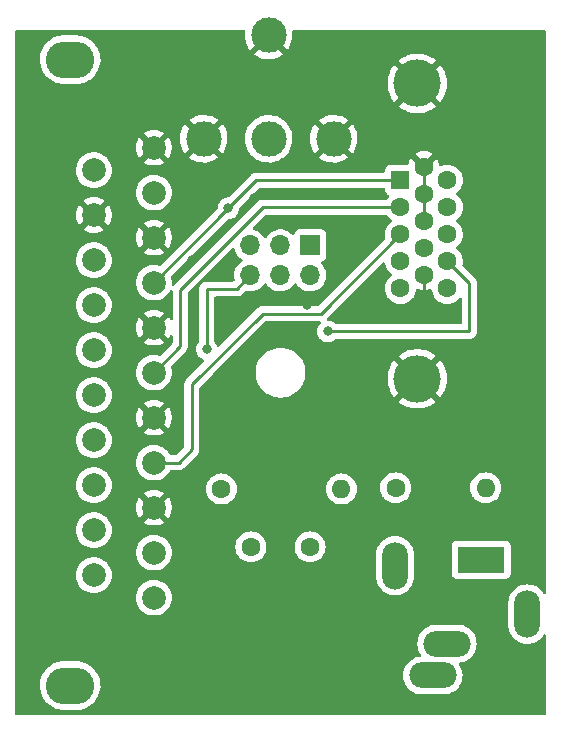
<source format=gtl>
%TF.GenerationSoftware,KiCad,Pcbnew,(6.0.5-0)*%
%TF.CreationDate,2022-06-06T23:04:22+02:00*%
%TF.ProjectId,vgascart,76676173-6361-4727-942e-6b696361645f,rev?*%
%TF.SameCoordinates,Original*%
%TF.FileFunction,Copper,L1,Top*%
%TF.FilePolarity,Positive*%
%FSLAX46Y46*%
G04 Gerber Fmt 4.6, Leading zero omitted, Abs format (unit mm)*
G04 Created by KiCad (PCBNEW (6.0.5-0)) date 2022-06-06 23:04:22*
%MOMM*%
%LPD*%
G01*
G04 APERTURE LIST*
%TA.AperFunction,ComponentPad*%
%ADD10C,1.600000*%
%TD*%
%TA.AperFunction,ComponentPad*%
%ADD11O,1.600000X1.600000*%
%TD*%
%TA.AperFunction,ComponentPad*%
%ADD12R,1.700000X1.700000*%
%TD*%
%TA.AperFunction,ComponentPad*%
%ADD13O,1.700000X1.700000*%
%TD*%
%TA.AperFunction,WasherPad*%
%ADD14O,4.100000X3.100000*%
%TD*%
%TA.AperFunction,ComponentPad*%
%ADD15C,1.998980*%
%TD*%
%TA.AperFunction,ComponentPad*%
%ADD16C,3.000000*%
%TD*%
%TA.AperFunction,ComponentPad*%
%ADD17O,4.000000X2.200000*%
%TD*%
%TA.AperFunction,ComponentPad*%
%ADD18O,2.200000X4.000000*%
%TD*%
%TA.AperFunction,ComponentPad*%
%ADD19R,4.000000X2.200000*%
%TD*%
%TA.AperFunction,ComponentPad*%
%ADD20C,4.000000*%
%TD*%
%TA.AperFunction,ComponentPad*%
%ADD21R,1.600000X1.600000*%
%TD*%
%TA.AperFunction,ViaPad*%
%ADD22C,0.800000*%
%TD*%
%TA.AperFunction,Conductor*%
%ADD23C,0.250000*%
%TD*%
G04 APERTURE END LIST*
D10*
%TO.P,L1,1,1*%
%TO.N,Net-(J4-Pad11)*%
X43500000Y-61850000D03*
D11*
%TO.P,L1,2,2*%
%TO.N,Net-(C1-Pad2)*%
X53660000Y-61850000D03*
%TD*%
D10*
%TO.P,C1,1*%
%TO.N,Net-(J4-Pad11)*%
X46000000Y-66750000D03*
%TO.P,C1,2*%
%TO.N,Net-(C1-Pad2)*%
X51000000Y-66750000D03*
%TD*%
D12*
%TO.P,J8,1,Pin_1*%
%TO.N,unconnected-(J8-Pad1)*%
X51025000Y-41225000D03*
D13*
%TO.P,J8,2,Pin_2*%
%TO.N,Net-(J8-Pad2)*%
X51025000Y-43765000D03*
%TO.P,J8,3,Pin_3*%
%TO.N,Net-(J5-Pad2)*%
X48485000Y-41225000D03*
%TO.P,J8,4,Pin_4*%
X48485000Y-43765000D03*
%TO.P,J8,5,Pin_5*%
%TO.N,Net-(J4-Pad15)*%
X45945000Y-41225000D03*
%TO.P,J8,6,Pin_6*%
%TO.N,Net-(C1-Pad2)*%
X45945000Y-43765000D03*
%TD*%
D14*
%TO.P,J4,*%
%TO.N,*%
X30700660Y-25500180D03*
X30700660Y-78499820D03*
D15*
%TO.P,J4,1,P1*%
%TO.N,Net-(J4-Pad1)*%
X37779640Y-71050000D03*
%TO.P,J4,2,P2*%
%TO.N,unconnected-(J4-Pad2)*%
X32699640Y-69145000D03*
%TO.P,J4,3,P3*%
%TO.N,Net-(J4-Pad3)*%
X37779640Y-67240000D03*
%TO.P,J4,4,P4*%
%TO.N,Net-(J4-Pad4)*%
X32699640Y-65335000D03*
%TO.P,J4,5,P5*%
%TO.N,GND*%
X37779640Y-63430000D03*
%TO.P,J4,6,P6*%
%TO.N,unconnected-(J4-Pad6)*%
X32699640Y-61525000D03*
%TO.P,J4,7,P7*%
%TO.N,Net-(J4-Pad7)*%
X37779640Y-59620000D03*
%TO.P,J4,8,P8*%
%TO.N,unconnected-(J4-Pad8)*%
X32699640Y-57715000D03*
%TO.P,J4,9,P9*%
%TO.N,GND*%
X37779640Y-55810000D03*
%TO.P,J4,10,P10*%
%TO.N,unconnected-(J4-Pad10)*%
X32699640Y-53905000D03*
%TO.P,J4,11,P11*%
%TO.N,Net-(J4-Pad11)*%
X37779640Y-52000000D03*
%TO.P,J4,12,P12*%
%TO.N,unconnected-(J4-Pad12)*%
X32699640Y-50095000D03*
%TO.P,J4,13,P13*%
%TO.N,GND*%
X37779640Y-48190000D03*
%TO.P,J4,14,P14*%
%TO.N,unconnected-(J4-Pad14)*%
X32699640Y-46285000D03*
%TO.P,J4,15,P15*%
%TO.N,Net-(J4-Pad15)*%
X37779640Y-44380000D03*
%TO.P,J4,16,P16*%
%TO.N,Net-(J4-Pad16)*%
X32699640Y-42475000D03*
%TO.P,J4,17,P17*%
%TO.N,GND*%
X37779640Y-40570000D03*
%TO.P,J4,18,P18*%
X32699640Y-38665000D03*
%TO.P,J4,19,P19*%
%TO.N,Net-(J8-Pad2)*%
X37779640Y-36760000D03*
%TO.P,J4,20,P20*%
%TO.N,unconnected-(J4-Pad20)*%
X32699640Y-34855000D03*
%TO.P,J4,21,P21*%
%TO.N,GND*%
X37779640Y-32950000D03*
%TD*%
D16*
%TO.P,J5,1,Ext*%
%TO.N,GND*%
X47500000Y-23450000D03*
X53000000Y-32200000D03*
X42000000Y-32200000D03*
%TO.P,J5,2,In*%
%TO.N,Net-(J5-Pad2)*%
X47500000Y-32200000D03*
%TD*%
D17*
%TO.P,J7,R*%
%TO.N,Net-(J4-Pad1)*%
X61400000Y-77642500D03*
%TO.P,J7,RN*%
%TO.N,N/C*%
X62600000Y-74942500D03*
D18*
%TO.P,J7,S*%
%TO.N,Net-(J4-Pad4)*%
X69400000Y-72442500D03*
D19*
%TO.P,J7,T*%
%TO.N,Net-(J4-Pad3)*%
X65500000Y-67842500D03*
D18*
%TO.P,J7,TN*%
%TO.N,N/C*%
X58200000Y-68342500D03*
%TD*%
D20*
%TO.P,J6,0,0*%
%TO.N,GND*%
X60079669Y-27515000D03*
X60079669Y-52515000D03*
D21*
%TO.P,J6,1*%
%TO.N,Net-(J4-Pad15)*%
X58659669Y-35700000D03*
D10*
%TO.P,J6,2*%
%TO.N,Net-(J4-Pad11)*%
X58659669Y-37990000D03*
%TO.P,J6,3*%
%TO.N,Net-(J4-Pad7)*%
X58659669Y-40280000D03*
%TO.P,J6,4*%
%TO.N,unconnected-(J6-Pad4)*%
X58659669Y-42570000D03*
%TO.P,J6,5*%
%TO.N,unconnected-(J6-Pad5)*%
X58659669Y-44860000D03*
%TO.P,J6,6*%
%TO.N,GND*%
X60639669Y-34555000D03*
%TO.P,J6,7*%
X60639669Y-36845000D03*
%TO.P,J6,8*%
X60639669Y-39135000D03*
%TO.P,J6,9*%
%TO.N,unconnected-(J6-Pad9)*%
X60639669Y-41425000D03*
%TO.P,J6,10*%
%TO.N,GND*%
X60639669Y-43715000D03*
%TO.P,J6,11*%
%TO.N,unconnected-(J6-Pad11)*%
X62619669Y-35700000D03*
%TO.P,J6,12*%
%TO.N,unconnected-(J6-Pad12)*%
X62619669Y-37990000D03*
%TO.P,J6,13*%
%TO.N,Net-(J6-Pad13)*%
X62619669Y-40280000D03*
%TO.P,J6,14*%
%TO.N,Net-(J4-Pad16)*%
X62619669Y-42570000D03*
%TO.P,J6,15*%
%TO.N,unconnected-(J6-Pad15)*%
X62619669Y-44860000D03*
%TD*%
%TO.P,R2,1*%
%TO.N,Net-(J8-Pad2)*%
X58250000Y-61750000D03*
D11*
%TO.P,R2,2*%
%TO.N,Net-(J6-Pad13)*%
X65870000Y-61750000D03*
%TD*%
D22*
%TO.N,GND*%
X46750000Y-45500000D03*
X50750000Y-46250000D03*
X54250000Y-41250000D03*
X52750000Y-36750000D03*
X60500000Y-47000000D03*
X46250000Y-37250000D03*
X41000000Y-42500000D03*
%TO.N,Net-(J4-Pad16)*%
X52500000Y-48500000D03*
%TO.N,Net-(J4-Pad15)*%
X44079820Y-38079820D03*
%TO.N,Net-(C1-Pad2)*%
X42250000Y-50000000D03*
%TD*%
D23*
%TO.N,GND*%
X60639669Y-43715000D02*
X60639669Y-46860331D01*
X60639669Y-36845000D02*
X60639669Y-39135000D01*
X60639669Y-46860331D02*
X60500000Y-47000000D01*
X60639669Y-34555000D02*
X60639669Y-36845000D01*
%TO.N,Net-(J4-Pad16)*%
X62619669Y-42570000D02*
X64500000Y-44450331D01*
X64500000Y-48500000D02*
X52500000Y-48500000D01*
X64500000Y-44450331D02*
X64500000Y-48500000D01*
%TO.N,Net-(J4-Pad7)*%
X39880000Y-59620000D02*
X37779640Y-59620000D01*
X58659669Y-40280000D02*
X51939669Y-47000000D01*
X47000000Y-47000000D02*
X41000000Y-53000000D01*
X51939669Y-47000000D02*
X47000000Y-47000000D01*
X41000000Y-58500000D02*
X39880000Y-59620000D01*
X41000000Y-53000000D02*
X41000000Y-58500000D01*
%TO.N,Net-(J4-Pad11)*%
X40000000Y-45000000D02*
X40000000Y-49779640D01*
X47010000Y-37990000D02*
X40000000Y-45000000D01*
X58659669Y-37990000D02*
X47010000Y-37990000D01*
X40000000Y-49779640D02*
X37779640Y-52000000D01*
%TO.N,Net-(J4-Pad15)*%
X44079820Y-38079820D02*
X37779640Y-44380000D01*
X58659669Y-35700000D02*
X46459640Y-35700000D01*
X46459640Y-35700000D02*
X44079820Y-38079820D01*
%TO.N,Net-(C1-Pad2)*%
X42250000Y-50000000D02*
X42250000Y-44920000D01*
X42250000Y-44920000D02*
X44790000Y-44920000D01*
X44790000Y-44920000D02*
X45945000Y-43765000D01*
%TD*%
%TA.AperFunction,Conductor*%
%TO.N,GND*%
G36*
X45453120Y-23028502D02*
G01*
X45499613Y-23082158D01*
X45509647Y-23152906D01*
X45508563Y-23160244D01*
X45487754Y-23424653D01*
X45487665Y-23433204D01*
X45502932Y-23697969D01*
X45504005Y-23706470D01*
X45555065Y-23966722D01*
X45557276Y-23974974D01*
X45643184Y-24225894D01*
X45646499Y-24233779D01*
X45765664Y-24470713D01*
X45770020Y-24478079D01*
X45899347Y-24666250D01*
X45909601Y-24674594D01*
X45923342Y-24667448D01*
X47410905Y-23179885D01*
X47473217Y-23145859D01*
X47544032Y-23150924D01*
X47589095Y-23179885D01*
X49075730Y-24666520D01*
X49087939Y-24673187D01*
X49099439Y-24664497D01*
X49196831Y-24531913D01*
X49201418Y-24524685D01*
X49327962Y-24291621D01*
X49331530Y-24283827D01*
X49425271Y-24035750D01*
X49427748Y-24027544D01*
X49486954Y-23769038D01*
X49488294Y-23760577D01*
X49512031Y-23494616D01*
X49512277Y-23489677D01*
X49512666Y-23452485D01*
X49512523Y-23447519D01*
X49494362Y-23181123D01*
X49493201Y-23172649D01*
X49490592Y-23160051D01*
X49496365Y-23089289D01*
X49539477Y-23032882D01*
X49606243Y-23008737D01*
X49613974Y-23008500D01*
X70865500Y-23008500D01*
X70933621Y-23028502D01*
X70980114Y-23082158D01*
X70991500Y-23134500D01*
X70991500Y-70614351D01*
X70971498Y-70682472D01*
X70917842Y-70728965D01*
X70847568Y-70739069D01*
X70782988Y-70709575D01*
X70758067Y-70680186D01*
X70707910Y-70598338D01*
X70705328Y-70594124D01*
X70540898Y-70401602D01*
X70348376Y-70237172D01*
X70132502Y-70104884D01*
X70127932Y-70102991D01*
X70127928Y-70102989D01*
X69903164Y-70009889D01*
X69903162Y-70009888D01*
X69898591Y-70007995D01*
X69813968Y-69987679D01*
X69657216Y-69950046D01*
X69657210Y-69950045D01*
X69652403Y-69948891D01*
X69400000Y-69929026D01*
X69147597Y-69948891D01*
X69142790Y-69950045D01*
X69142784Y-69950046D01*
X68986032Y-69987679D01*
X68901409Y-70007995D01*
X68896838Y-70009888D01*
X68896836Y-70009889D01*
X68672072Y-70102989D01*
X68672068Y-70102991D01*
X68667498Y-70104884D01*
X68451624Y-70237172D01*
X68259102Y-70401602D01*
X68094672Y-70594124D01*
X67962384Y-70809998D01*
X67960491Y-70814568D01*
X67960489Y-70814572D01*
X67943340Y-70855974D01*
X67865495Y-71043909D01*
X67864340Y-71048721D01*
X67808407Y-71281700D01*
X67806391Y-71290097D01*
X67791500Y-71479301D01*
X67791500Y-73405699D01*
X67791693Y-73408148D01*
X67791693Y-73408155D01*
X67798535Y-73495084D01*
X67806391Y-73594903D01*
X67807545Y-73599710D01*
X67807546Y-73599716D01*
X67845179Y-73756468D01*
X67865495Y-73841091D01*
X67867388Y-73845662D01*
X67867389Y-73845664D01*
X67930629Y-73998338D01*
X67962384Y-74075002D01*
X68094672Y-74290876D01*
X68259102Y-74483398D01*
X68451624Y-74647828D01*
X68667498Y-74780116D01*
X68672068Y-74782009D01*
X68672072Y-74782011D01*
X68896836Y-74875111D01*
X68901409Y-74877005D01*
X68986032Y-74897321D01*
X69142784Y-74934954D01*
X69142790Y-74934955D01*
X69147597Y-74936109D01*
X69400000Y-74955974D01*
X69652403Y-74936109D01*
X69657210Y-74934955D01*
X69657216Y-74934954D01*
X69813968Y-74897321D01*
X69898591Y-74877005D01*
X69903164Y-74875111D01*
X70127928Y-74782011D01*
X70127932Y-74782009D01*
X70132502Y-74780116D01*
X70348376Y-74647828D01*
X70540898Y-74483398D01*
X70705328Y-74290876D01*
X70758067Y-74204814D01*
X70810715Y-74157183D01*
X70880756Y-74145576D01*
X70945954Y-74173679D01*
X70985608Y-74232570D01*
X70991500Y-74270649D01*
X70991500Y-80865500D01*
X70971498Y-80933621D01*
X70917842Y-80980114D01*
X70865500Y-80991500D01*
X26134500Y-80991500D01*
X26066379Y-80971498D01*
X26019886Y-80917842D01*
X26008500Y-80865500D01*
X26008500Y-78427804D01*
X28138390Y-78427804D01*
X28138543Y-78432192D01*
X28138543Y-78432198D01*
X28144216Y-78594635D01*
X28148437Y-78715517D01*
X28198429Y-78999032D01*
X28287391Y-79272831D01*
X28413593Y-79531583D01*
X28416048Y-79535222D01*
X28416051Y-79535228D01*
X28572119Y-79766608D01*
X28572124Y-79766615D01*
X28574579Y-79770254D01*
X28767214Y-79984197D01*
X28987749Y-80169248D01*
X29231893Y-80321806D01*
X29494892Y-80438901D01*
X29771629Y-80518254D01*
X29775976Y-80518865D01*
X29775981Y-80518866D01*
X29914173Y-80538287D01*
X30056716Y-80558320D01*
X31272550Y-80558320D01*
X31274736Y-80558167D01*
X31274740Y-80558167D01*
X31483462Y-80543572D01*
X31483467Y-80543571D01*
X31487847Y-80543265D01*
X31769445Y-80483409D01*
X31773574Y-80481906D01*
X31773578Y-80481905D01*
X32035827Y-80386455D01*
X32035831Y-80386453D01*
X32039972Y-80384946D01*
X32294163Y-80249790D01*
X32401810Y-80171580D01*
X32523507Y-80083162D01*
X32523510Y-80083160D01*
X32527070Y-80080573D01*
X32626870Y-79984197D01*
X32730997Y-79883643D01*
X32731000Y-79883639D01*
X32734159Y-79880589D01*
X32820363Y-79770254D01*
X32908693Y-79657196D01*
X32911401Y-79653730D01*
X33055346Y-79404411D01*
X33056996Y-79400327D01*
X33056999Y-79400321D01*
X33161542Y-79141566D01*
X33163191Y-79137485D01*
X33232837Y-78858148D01*
X33240357Y-78786606D01*
X33262471Y-78576205D01*
X33262471Y-78576202D01*
X33262930Y-78571836D01*
X33258054Y-78432198D01*
X33253037Y-78288520D01*
X33253036Y-78288514D01*
X33252883Y-78284123D01*
X33202891Y-78000608D01*
X33113929Y-77726809D01*
X33072809Y-77642500D01*
X58886526Y-77642500D01*
X58906391Y-77894903D01*
X58965495Y-78141091D01*
X58967388Y-78145662D01*
X58967389Y-78145664D01*
X59024741Y-78284123D01*
X59062384Y-78375002D01*
X59194672Y-78590876D01*
X59359102Y-78783398D01*
X59551624Y-78947828D01*
X59767498Y-79080116D01*
X59772068Y-79082009D01*
X59772072Y-79082011D01*
X59996836Y-79175111D01*
X60001409Y-79177005D01*
X60086032Y-79197321D01*
X60242784Y-79234954D01*
X60242790Y-79234955D01*
X60247597Y-79236109D01*
X60347416Y-79243965D01*
X60434345Y-79250807D01*
X60434352Y-79250807D01*
X60436801Y-79251000D01*
X62363199Y-79251000D01*
X62365648Y-79250807D01*
X62365655Y-79250807D01*
X62452584Y-79243965D01*
X62552403Y-79236109D01*
X62557210Y-79234955D01*
X62557216Y-79234954D01*
X62713968Y-79197321D01*
X62798591Y-79177005D01*
X62803164Y-79175111D01*
X63027928Y-79082011D01*
X63027932Y-79082009D01*
X63032502Y-79080116D01*
X63248376Y-78947828D01*
X63440898Y-78783398D01*
X63605328Y-78590876D01*
X63737616Y-78375002D01*
X63775260Y-78284123D01*
X63832611Y-78145664D01*
X63832612Y-78145662D01*
X63834505Y-78141091D01*
X63893609Y-77894903D01*
X63913474Y-77642500D01*
X63893609Y-77390097D01*
X63834505Y-77143909D01*
X63825645Y-77122519D01*
X63739511Y-76914572D01*
X63739509Y-76914568D01*
X63737616Y-76909998D01*
X63627151Y-76729736D01*
X63608613Y-76661202D01*
X63630069Y-76593526D01*
X63684708Y-76548193D01*
X63724698Y-76538289D01*
X63752403Y-76536109D01*
X63757210Y-76534955D01*
X63757216Y-76534954D01*
X63913968Y-76497321D01*
X63998591Y-76477005D01*
X64003164Y-76475111D01*
X64227928Y-76382011D01*
X64227932Y-76382009D01*
X64232502Y-76380116D01*
X64448376Y-76247828D01*
X64640898Y-76083398D01*
X64805328Y-75890876D01*
X64937616Y-75675002D01*
X65034505Y-75441091D01*
X65093609Y-75194903D01*
X65113474Y-74942500D01*
X65093609Y-74690097D01*
X65083462Y-74647828D01*
X65054821Y-74528532D01*
X65034505Y-74443909D01*
X64971117Y-74290876D01*
X64939511Y-74214572D01*
X64939509Y-74214568D01*
X64937616Y-74209998D01*
X64805328Y-73994124D01*
X64640898Y-73801602D01*
X64448376Y-73637172D01*
X64232502Y-73504884D01*
X64227932Y-73502991D01*
X64227928Y-73502989D01*
X64003164Y-73409889D01*
X64003162Y-73409888D01*
X63998591Y-73407995D01*
X63913968Y-73387679D01*
X63757216Y-73350046D01*
X63757210Y-73350045D01*
X63752403Y-73348891D01*
X63652584Y-73341035D01*
X63565655Y-73334193D01*
X63565648Y-73334193D01*
X63563199Y-73334000D01*
X61636801Y-73334000D01*
X61634352Y-73334193D01*
X61634345Y-73334193D01*
X61547416Y-73341035D01*
X61447597Y-73348891D01*
X61442790Y-73350045D01*
X61442784Y-73350046D01*
X61286032Y-73387679D01*
X61201409Y-73407995D01*
X61196838Y-73409888D01*
X61196836Y-73409889D01*
X60972072Y-73502989D01*
X60972068Y-73502991D01*
X60967498Y-73504884D01*
X60751624Y-73637172D01*
X60559102Y-73801602D01*
X60394672Y-73994124D01*
X60262384Y-74209998D01*
X60260491Y-74214568D01*
X60260489Y-74214572D01*
X60228883Y-74290876D01*
X60165495Y-74443909D01*
X60145179Y-74528532D01*
X60116539Y-74647828D01*
X60106391Y-74690097D01*
X60086526Y-74942500D01*
X60106391Y-75194903D01*
X60165495Y-75441091D01*
X60262384Y-75675002D01*
X60264970Y-75679222D01*
X60372849Y-75855264D01*
X60391387Y-75923798D01*
X60369931Y-75991474D01*
X60315292Y-76036807D01*
X60275302Y-76046711D01*
X60247597Y-76048891D01*
X60242790Y-76050045D01*
X60242784Y-76050046D01*
X60103864Y-76083398D01*
X60001409Y-76107995D01*
X59996838Y-76109888D01*
X59996836Y-76109889D01*
X59772072Y-76202989D01*
X59772068Y-76202991D01*
X59767498Y-76204884D01*
X59551624Y-76337172D01*
X59359102Y-76501602D01*
X59194672Y-76694124D01*
X59062384Y-76909998D01*
X59060491Y-76914568D01*
X59060489Y-76914572D01*
X58974355Y-77122519D01*
X58965495Y-77143909D01*
X58906391Y-77390097D01*
X58886526Y-77642500D01*
X33072809Y-77642500D01*
X32987727Y-77468057D01*
X32985272Y-77464418D01*
X32985269Y-77464412D01*
X32829201Y-77233032D01*
X32829196Y-77233025D01*
X32826741Y-77229386D01*
X32634106Y-77015443D01*
X32413571Y-76830392D01*
X32169427Y-76677834D01*
X31906428Y-76560739D01*
X31629691Y-76481386D01*
X31625344Y-76480775D01*
X31625339Y-76480774D01*
X31458223Y-76457288D01*
X31344604Y-76441320D01*
X30128770Y-76441320D01*
X30126584Y-76441473D01*
X30126580Y-76441473D01*
X29917858Y-76456068D01*
X29917853Y-76456069D01*
X29913473Y-76456375D01*
X29631875Y-76516231D01*
X29627746Y-76517734D01*
X29627742Y-76517735D01*
X29365493Y-76613185D01*
X29365489Y-76613187D01*
X29361348Y-76614694D01*
X29107157Y-76749850D01*
X29103598Y-76752436D01*
X29103596Y-76752437D01*
X28880437Y-76914572D01*
X28874250Y-76919067D01*
X28871086Y-76922123D01*
X28871083Y-76922125D01*
X28670323Y-77115997D01*
X28670320Y-77116001D01*
X28667161Y-77119051D01*
X28664455Y-77122515D01*
X28664451Y-77122519D01*
X28578109Y-77233032D01*
X28489919Y-77345910D01*
X28345974Y-77595229D01*
X28344324Y-77599313D01*
X28344321Y-77599319D01*
X28328867Y-77637570D01*
X28238129Y-77862155D01*
X28168483Y-78141492D01*
X28168024Y-78145862D01*
X28168023Y-78145866D01*
X28143940Y-78375002D01*
X28138390Y-78427804D01*
X26008500Y-78427804D01*
X26008500Y-71050000D01*
X36266987Y-71050000D01*
X36285610Y-71286631D01*
X36286765Y-71291440D01*
X36332460Y-71481771D01*
X36341022Y-71517435D01*
X36342912Y-71521998D01*
X36342914Y-71522004D01*
X36429961Y-71732156D01*
X36431856Y-71736730D01*
X36555878Y-71939115D01*
X36710033Y-72119607D01*
X36890525Y-72273762D01*
X37092910Y-72397784D01*
X37097480Y-72399677D01*
X37097484Y-72399679D01*
X37307636Y-72486726D01*
X37307642Y-72486728D01*
X37312205Y-72488618D01*
X37317005Y-72489770D01*
X37317010Y-72489772D01*
X37422425Y-72515080D01*
X37543009Y-72544030D01*
X37779640Y-72562653D01*
X38016271Y-72544030D01*
X38136855Y-72515080D01*
X38242270Y-72489772D01*
X38242275Y-72489770D01*
X38247075Y-72488618D01*
X38251638Y-72486728D01*
X38251644Y-72486726D01*
X38461796Y-72399679D01*
X38461800Y-72399677D01*
X38466370Y-72397784D01*
X38668755Y-72273762D01*
X38849247Y-72119607D01*
X39003402Y-71939115D01*
X39127424Y-71736730D01*
X39129319Y-71732156D01*
X39216366Y-71522004D01*
X39216368Y-71521998D01*
X39218258Y-71517435D01*
X39226821Y-71481771D01*
X39272515Y-71291440D01*
X39273670Y-71286631D01*
X39292293Y-71050000D01*
X39273670Y-70813369D01*
X39236192Y-70657265D01*
X39219412Y-70587370D01*
X39219410Y-70587365D01*
X39218258Y-70582565D01*
X39216368Y-70578002D01*
X39216366Y-70577996D01*
X39129319Y-70367844D01*
X39129317Y-70367840D01*
X39127424Y-70363270D01*
X39003402Y-70160885D01*
X38849247Y-69980393D01*
X38668755Y-69826238D01*
X38466370Y-69702216D01*
X38461800Y-69700323D01*
X38461796Y-69700321D01*
X38251644Y-69613274D01*
X38251638Y-69613272D01*
X38247075Y-69611382D01*
X38242275Y-69610230D01*
X38242270Y-69610228D01*
X38136855Y-69584920D01*
X38016271Y-69555970D01*
X37779640Y-69537347D01*
X37543009Y-69555970D01*
X37422425Y-69584920D01*
X37317010Y-69610228D01*
X37317005Y-69610230D01*
X37312205Y-69611382D01*
X37307642Y-69613272D01*
X37307636Y-69613274D01*
X37097484Y-69700321D01*
X37097480Y-69700323D01*
X37092910Y-69702216D01*
X36890525Y-69826238D01*
X36710033Y-69980393D01*
X36555878Y-70160885D01*
X36431856Y-70363270D01*
X36429963Y-70367840D01*
X36429961Y-70367844D01*
X36342914Y-70577996D01*
X36342912Y-70578002D01*
X36341022Y-70582565D01*
X36339870Y-70587365D01*
X36339868Y-70587370D01*
X36323088Y-70657265D01*
X36285610Y-70813369D01*
X36266987Y-71050000D01*
X26008500Y-71050000D01*
X26008500Y-69145000D01*
X31186987Y-69145000D01*
X31205610Y-69381631D01*
X31222176Y-69450631D01*
X31247373Y-69555582D01*
X31261022Y-69612435D01*
X31262912Y-69616998D01*
X31262914Y-69617004D01*
X31349581Y-69826238D01*
X31351856Y-69831730D01*
X31475878Y-70034115D01*
X31630033Y-70214607D01*
X31810525Y-70368762D01*
X32012910Y-70492784D01*
X32017480Y-70494677D01*
X32017484Y-70494679D01*
X32227636Y-70581726D01*
X32227642Y-70581728D01*
X32232205Y-70583618D01*
X32237005Y-70584770D01*
X32237010Y-70584772D01*
X32342425Y-70610080D01*
X32463009Y-70639030D01*
X32699640Y-70657653D01*
X32936271Y-70639030D01*
X33056855Y-70610080D01*
X33162270Y-70584772D01*
X33162275Y-70584770D01*
X33167075Y-70583618D01*
X33171638Y-70581728D01*
X33171644Y-70581726D01*
X33381796Y-70494679D01*
X33381800Y-70494677D01*
X33386370Y-70492784D01*
X33588755Y-70368762D01*
X33769247Y-70214607D01*
X33923402Y-70034115D01*
X34047424Y-69831730D01*
X34049699Y-69826238D01*
X34136366Y-69617004D01*
X34136368Y-69616998D01*
X34138258Y-69612435D01*
X34151908Y-69555582D01*
X34177104Y-69450631D01*
X34193670Y-69381631D01*
X34199646Y-69305699D01*
X56591500Y-69305699D01*
X56606391Y-69494903D01*
X56607545Y-69499710D01*
X56607546Y-69499716D01*
X56645179Y-69656468D01*
X56665495Y-69741091D01*
X56667388Y-69745662D01*
X56667389Y-69745664D01*
X56751408Y-69948503D01*
X56762384Y-69975002D01*
X56894672Y-70190876D01*
X57059102Y-70383398D01*
X57251624Y-70547828D01*
X57467498Y-70680116D01*
X57472068Y-70682009D01*
X57472072Y-70682011D01*
X57609823Y-70739069D01*
X57701409Y-70777005D01*
X57786032Y-70797321D01*
X57942784Y-70834954D01*
X57942790Y-70834955D01*
X57947597Y-70836109D01*
X58200000Y-70855974D01*
X58452403Y-70836109D01*
X58457210Y-70834955D01*
X58457216Y-70834954D01*
X58613968Y-70797321D01*
X58698591Y-70777005D01*
X58790177Y-70739069D01*
X58927928Y-70682011D01*
X58927932Y-70682009D01*
X58932502Y-70680116D01*
X59148376Y-70547828D01*
X59340898Y-70383398D01*
X59505328Y-70190876D01*
X59637616Y-69975002D01*
X59648593Y-69948503D01*
X59732611Y-69745664D01*
X59732612Y-69745662D01*
X59734505Y-69741091D01*
X59754821Y-69656468D01*
X59792454Y-69499716D01*
X59792455Y-69499710D01*
X59793609Y-69494903D01*
X59808500Y-69305699D01*
X59808500Y-68990634D01*
X62991500Y-68990634D01*
X62998255Y-69052816D01*
X63049385Y-69189205D01*
X63136739Y-69305761D01*
X63253295Y-69393115D01*
X63389684Y-69444245D01*
X63451866Y-69451000D01*
X67548134Y-69451000D01*
X67610316Y-69444245D01*
X67746705Y-69393115D01*
X67863261Y-69305761D01*
X67950615Y-69189205D01*
X68001745Y-69052816D01*
X68008500Y-68990634D01*
X68008500Y-66694366D01*
X68001745Y-66632184D01*
X67950615Y-66495795D01*
X67863261Y-66379239D01*
X67746705Y-66291885D01*
X67610316Y-66240755D01*
X67548134Y-66234000D01*
X63451866Y-66234000D01*
X63389684Y-66240755D01*
X63253295Y-66291885D01*
X63136739Y-66379239D01*
X63049385Y-66495795D01*
X62998255Y-66632184D01*
X62991500Y-66694366D01*
X62991500Y-68990634D01*
X59808500Y-68990634D01*
X59808500Y-67379301D01*
X59793609Y-67190097D01*
X59734505Y-66943909D01*
X59694474Y-66847265D01*
X59639511Y-66714572D01*
X59639509Y-66714568D01*
X59637616Y-66709998D01*
X59505328Y-66494124D01*
X59361040Y-66325185D01*
X59344106Y-66305358D01*
X59340898Y-66301602D01*
X59334076Y-66295775D01*
X59317315Y-66281460D01*
X59148376Y-66137172D01*
X58932502Y-66004884D01*
X58927932Y-66002991D01*
X58927928Y-66002989D01*
X58703164Y-65909889D01*
X58703162Y-65909888D01*
X58698591Y-65907995D01*
X58613968Y-65887679D01*
X58457216Y-65850046D01*
X58457210Y-65850045D01*
X58452403Y-65848891D01*
X58200000Y-65829026D01*
X57947597Y-65848891D01*
X57942790Y-65850045D01*
X57942784Y-65850046D01*
X57786032Y-65887679D01*
X57701409Y-65907995D01*
X57696838Y-65909888D01*
X57696836Y-65909889D01*
X57472072Y-66002989D01*
X57472068Y-66002991D01*
X57467498Y-66004884D01*
X57251624Y-66137172D01*
X57082685Y-66281460D01*
X57065925Y-66295775D01*
X57059102Y-66301602D01*
X57055894Y-66305358D01*
X57038960Y-66325185D01*
X56894672Y-66494124D01*
X56762384Y-66709998D01*
X56760491Y-66714568D01*
X56760489Y-66714572D01*
X56705526Y-66847265D01*
X56665495Y-66943909D01*
X56606391Y-67190097D01*
X56591500Y-67379301D01*
X56591500Y-69305699D01*
X34199646Y-69305699D01*
X34212293Y-69145000D01*
X34193670Y-68908369D01*
X34156192Y-68752265D01*
X34139412Y-68682370D01*
X34139410Y-68682365D01*
X34138258Y-68677565D01*
X34136368Y-68673002D01*
X34136366Y-68672996D01*
X34049319Y-68462844D01*
X34049317Y-68462840D01*
X34047424Y-68458270D01*
X33923402Y-68255885D01*
X33769247Y-68075393D01*
X33588755Y-67921238D01*
X33386370Y-67797216D01*
X33381800Y-67795323D01*
X33381796Y-67795321D01*
X33171644Y-67708274D01*
X33171638Y-67708272D01*
X33167075Y-67706382D01*
X33162275Y-67705230D01*
X33162270Y-67705228D01*
X33056855Y-67679920D01*
X32936271Y-67650970D01*
X32699640Y-67632347D01*
X32463009Y-67650970D01*
X32342425Y-67679920D01*
X32237010Y-67705228D01*
X32237005Y-67705230D01*
X32232205Y-67706382D01*
X32227642Y-67708272D01*
X32227636Y-67708274D01*
X32017484Y-67795321D01*
X32017480Y-67795323D01*
X32012910Y-67797216D01*
X31810525Y-67921238D01*
X31630033Y-68075393D01*
X31475878Y-68255885D01*
X31351856Y-68458270D01*
X31349963Y-68462840D01*
X31349961Y-68462844D01*
X31262914Y-68672996D01*
X31262912Y-68673002D01*
X31261022Y-68677565D01*
X31259870Y-68682365D01*
X31259868Y-68682370D01*
X31243088Y-68752265D01*
X31205610Y-68908369D01*
X31186987Y-69145000D01*
X26008500Y-69145000D01*
X26008500Y-67240000D01*
X36266987Y-67240000D01*
X36285610Y-67476631D01*
X36286765Y-67481440D01*
X36327373Y-67650582D01*
X36341022Y-67707435D01*
X36342912Y-67711998D01*
X36342914Y-67712004D01*
X36429581Y-67921238D01*
X36431856Y-67926730D01*
X36555878Y-68129115D01*
X36710033Y-68309607D01*
X36890525Y-68463762D01*
X37092910Y-68587784D01*
X37097480Y-68589677D01*
X37097484Y-68589679D01*
X37307636Y-68676726D01*
X37307642Y-68676728D01*
X37312205Y-68678618D01*
X37317005Y-68679770D01*
X37317010Y-68679772D01*
X37422425Y-68705080D01*
X37543009Y-68734030D01*
X37779640Y-68752653D01*
X38016271Y-68734030D01*
X38136855Y-68705080D01*
X38242270Y-68679772D01*
X38242275Y-68679770D01*
X38247075Y-68678618D01*
X38251638Y-68676728D01*
X38251644Y-68676726D01*
X38461796Y-68589679D01*
X38461800Y-68589677D01*
X38466370Y-68587784D01*
X38668755Y-68463762D01*
X38849247Y-68309607D01*
X39003402Y-68129115D01*
X39127424Y-67926730D01*
X39129699Y-67921238D01*
X39216366Y-67712004D01*
X39216368Y-67711998D01*
X39218258Y-67707435D01*
X39231908Y-67650582D01*
X39272515Y-67481440D01*
X39273670Y-67476631D01*
X39292293Y-67240000D01*
X39273670Y-67003369D01*
X39236192Y-66847265D01*
X39219412Y-66777370D01*
X39219410Y-66777365D01*
X39218258Y-66772565D01*
X39216368Y-66768002D01*
X39216366Y-66767996D01*
X39208912Y-66750000D01*
X44686502Y-66750000D01*
X44706457Y-66978087D01*
X44707881Y-66983400D01*
X44707881Y-66983402D01*
X44761976Y-67185284D01*
X44765716Y-67199243D01*
X44768039Y-67204224D01*
X44768039Y-67204225D01*
X44860151Y-67401762D01*
X44860154Y-67401767D01*
X44862477Y-67406749D01*
X44993802Y-67594300D01*
X45155700Y-67756198D01*
X45160208Y-67759355D01*
X45160211Y-67759357D01*
X45217973Y-67799802D01*
X45343251Y-67887523D01*
X45348233Y-67889846D01*
X45348238Y-67889849D01*
X45545775Y-67981961D01*
X45550757Y-67984284D01*
X45556065Y-67985706D01*
X45556067Y-67985707D01*
X45766598Y-68042119D01*
X45766600Y-68042119D01*
X45771913Y-68043543D01*
X46000000Y-68063498D01*
X46228087Y-68043543D01*
X46233400Y-68042119D01*
X46233402Y-68042119D01*
X46443933Y-67985707D01*
X46443935Y-67985706D01*
X46449243Y-67984284D01*
X46454225Y-67981961D01*
X46651762Y-67889849D01*
X46651767Y-67889846D01*
X46656749Y-67887523D01*
X46782027Y-67799802D01*
X46839789Y-67759357D01*
X46839792Y-67759355D01*
X46844300Y-67756198D01*
X47006198Y-67594300D01*
X47137523Y-67406749D01*
X47139846Y-67401767D01*
X47139849Y-67401762D01*
X47231961Y-67204225D01*
X47231961Y-67204224D01*
X47234284Y-67199243D01*
X47238025Y-67185284D01*
X47292119Y-66983402D01*
X47292119Y-66983400D01*
X47293543Y-66978087D01*
X47313498Y-66750000D01*
X49686502Y-66750000D01*
X49706457Y-66978087D01*
X49707881Y-66983400D01*
X49707881Y-66983402D01*
X49761976Y-67185284D01*
X49765716Y-67199243D01*
X49768039Y-67204224D01*
X49768039Y-67204225D01*
X49860151Y-67401762D01*
X49860154Y-67401767D01*
X49862477Y-67406749D01*
X49993802Y-67594300D01*
X50155700Y-67756198D01*
X50160208Y-67759355D01*
X50160211Y-67759357D01*
X50217973Y-67799802D01*
X50343251Y-67887523D01*
X50348233Y-67889846D01*
X50348238Y-67889849D01*
X50545775Y-67981961D01*
X50550757Y-67984284D01*
X50556065Y-67985706D01*
X50556067Y-67985707D01*
X50766598Y-68042119D01*
X50766600Y-68042119D01*
X50771913Y-68043543D01*
X51000000Y-68063498D01*
X51228087Y-68043543D01*
X51233400Y-68042119D01*
X51233402Y-68042119D01*
X51443933Y-67985707D01*
X51443935Y-67985706D01*
X51449243Y-67984284D01*
X51454225Y-67981961D01*
X51651762Y-67889849D01*
X51651767Y-67889846D01*
X51656749Y-67887523D01*
X51782027Y-67799802D01*
X51839789Y-67759357D01*
X51839792Y-67759355D01*
X51844300Y-67756198D01*
X52006198Y-67594300D01*
X52137523Y-67406749D01*
X52139846Y-67401767D01*
X52139849Y-67401762D01*
X52231961Y-67204225D01*
X52231961Y-67204224D01*
X52234284Y-67199243D01*
X52238025Y-67185284D01*
X52292119Y-66983402D01*
X52292119Y-66983400D01*
X52293543Y-66978087D01*
X52313498Y-66750000D01*
X52293543Y-66521913D01*
X52257237Y-66386419D01*
X52235707Y-66306067D01*
X52235706Y-66306065D01*
X52234284Y-66300757D01*
X52228677Y-66288733D01*
X52139849Y-66098238D01*
X52139846Y-66098233D01*
X52137523Y-66093251D01*
X52006198Y-65905700D01*
X51844300Y-65743802D01*
X51839792Y-65740645D01*
X51839789Y-65740643D01*
X51761611Y-65685902D01*
X51656749Y-65612477D01*
X51651767Y-65610154D01*
X51651762Y-65610151D01*
X51454225Y-65518039D01*
X51454224Y-65518039D01*
X51449243Y-65515716D01*
X51443935Y-65514294D01*
X51443933Y-65514293D01*
X51233402Y-65457881D01*
X51233400Y-65457881D01*
X51228087Y-65456457D01*
X51000000Y-65436502D01*
X50771913Y-65456457D01*
X50766600Y-65457881D01*
X50766598Y-65457881D01*
X50556067Y-65514293D01*
X50556065Y-65514294D01*
X50550757Y-65515716D01*
X50545776Y-65518039D01*
X50545775Y-65518039D01*
X50348238Y-65610151D01*
X50348233Y-65610154D01*
X50343251Y-65612477D01*
X50238389Y-65685902D01*
X50160211Y-65740643D01*
X50160208Y-65740645D01*
X50155700Y-65743802D01*
X49993802Y-65905700D01*
X49862477Y-66093251D01*
X49860154Y-66098233D01*
X49860151Y-66098238D01*
X49771323Y-66288733D01*
X49765716Y-66300757D01*
X49764294Y-66306065D01*
X49764293Y-66306067D01*
X49742763Y-66386419D01*
X49706457Y-66521913D01*
X49686502Y-66750000D01*
X47313498Y-66750000D01*
X47293543Y-66521913D01*
X47257237Y-66386419D01*
X47235707Y-66306067D01*
X47235706Y-66306065D01*
X47234284Y-66300757D01*
X47228677Y-66288733D01*
X47139849Y-66098238D01*
X47139846Y-66098233D01*
X47137523Y-66093251D01*
X47006198Y-65905700D01*
X46844300Y-65743802D01*
X46839792Y-65740645D01*
X46839789Y-65740643D01*
X46761611Y-65685902D01*
X46656749Y-65612477D01*
X46651767Y-65610154D01*
X46651762Y-65610151D01*
X46454225Y-65518039D01*
X46454224Y-65518039D01*
X46449243Y-65515716D01*
X46443935Y-65514294D01*
X46443933Y-65514293D01*
X46233402Y-65457881D01*
X46233400Y-65457881D01*
X46228087Y-65456457D01*
X46000000Y-65436502D01*
X45771913Y-65456457D01*
X45766600Y-65457881D01*
X45766598Y-65457881D01*
X45556067Y-65514293D01*
X45556065Y-65514294D01*
X45550757Y-65515716D01*
X45545776Y-65518039D01*
X45545775Y-65518039D01*
X45348238Y-65610151D01*
X45348233Y-65610154D01*
X45343251Y-65612477D01*
X45238389Y-65685902D01*
X45160211Y-65740643D01*
X45160208Y-65740645D01*
X45155700Y-65743802D01*
X44993802Y-65905700D01*
X44862477Y-66093251D01*
X44860154Y-66098233D01*
X44860151Y-66098238D01*
X44771323Y-66288733D01*
X44765716Y-66300757D01*
X44764294Y-66306065D01*
X44764293Y-66306067D01*
X44742763Y-66386419D01*
X44706457Y-66521913D01*
X44686502Y-66750000D01*
X39208912Y-66750000D01*
X39129319Y-66557844D01*
X39129317Y-66557840D01*
X39127424Y-66553270D01*
X39003402Y-66350885D01*
X38849247Y-66170393D01*
X38668755Y-66016238D01*
X38466370Y-65892216D01*
X38461800Y-65890323D01*
X38461796Y-65890321D01*
X38251644Y-65803274D01*
X38251638Y-65803272D01*
X38247075Y-65801382D01*
X38242275Y-65800230D01*
X38242270Y-65800228D01*
X38136855Y-65774920D01*
X38016271Y-65745970D01*
X37779640Y-65727347D01*
X37543009Y-65745970D01*
X37422425Y-65774920D01*
X37317010Y-65800228D01*
X37317005Y-65800230D01*
X37312205Y-65801382D01*
X37307642Y-65803272D01*
X37307636Y-65803274D01*
X37097484Y-65890321D01*
X37097480Y-65890323D01*
X37092910Y-65892216D01*
X36890525Y-66016238D01*
X36710033Y-66170393D01*
X36555878Y-66350885D01*
X36431856Y-66553270D01*
X36429963Y-66557840D01*
X36429961Y-66557844D01*
X36342914Y-66767996D01*
X36342912Y-66768002D01*
X36341022Y-66772565D01*
X36339870Y-66777365D01*
X36339868Y-66777370D01*
X36323088Y-66847265D01*
X36285610Y-67003369D01*
X36266987Y-67240000D01*
X26008500Y-67240000D01*
X26008500Y-65335000D01*
X31186987Y-65335000D01*
X31205610Y-65571631D01*
X31234560Y-65692215D01*
X31247373Y-65745582D01*
X31261022Y-65802435D01*
X31262912Y-65806998D01*
X31262914Y-65807004D01*
X31349581Y-66016238D01*
X31351856Y-66021730D01*
X31475878Y-66224115D01*
X31630033Y-66404607D01*
X31810525Y-66558762D01*
X32012910Y-66682784D01*
X32017480Y-66684677D01*
X32017484Y-66684679D01*
X32227636Y-66771726D01*
X32227642Y-66771728D01*
X32232205Y-66773618D01*
X32237005Y-66774770D01*
X32237010Y-66774772D01*
X32342425Y-66800080D01*
X32463009Y-66829030D01*
X32699640Y-66847653D01*
X32936271Y-66829030D01*
X33056855Y-66800080D01*
X33162270Y-66774772D01*
X33162275Y-66774770D01*
X33167075Y-66773618D01*
X33171638Y-66771728D01*
X33171644Y-66771726D01*
X33381796Y-66684679D01*
X33381800Y-66684677D01*
X33386370Y-66682784D01*
X33588755Y-66558762D01*
X33769247Y-66404607D01*
X33923402Y-66224115D01*
X34047424Y-66021730D01*
X34049699Y-66016238D01*
X34136366Y-65807004D01*
X34136368Y-65806998D01*
X34138258Y-65802435D01*
X34151908Y-65745582D01*
X34164720Y-65692215D01*
X34193670Y-65571631D01*
X34212293Y-65335000D01*
X34193670Y-65098369D01*
X34156072Y-64941763D01*
X34139412Y-64872370D01*
X34139410Y-64872365D01*
X34138258Y-64867565D01*
X34136368Y-64863002D01*
X34136366Y-64862996D01*
X34053235Y-64662299D01*
X36912171Y-64662299D01*
X36917898Y-64669949D01*
X37088918Y-64774750D01*
X37097712Y-64779231D01*
X37307787Y-64866247D01*
X37317172Y-64869296D01*
X37538274Y-64922379D01*
X37548021Y-64923922D01*
X37774710Y-64941763D01*
X37784570Y-64941763D01*
X38011259Y-64923922D01*
X38021006Y-64922379D01*
X38242108Y-64869296D01*
X38251493Y-64866247D01*
X38461568Y-64779231D01*
X38470362Y-64774750D01*
X38637716Y-64672196D01*
X38647176Y-64661740D01*
X38643392Y-64652962D01*
X37792452Y-63802022D01*
X37778508Y-63794408D01*
X37776675Y-63794539D01*
X37770060Y-63798790D01*
X36918931Y-64649919D01*
X36912171Y-64662299D01*
X34053235Y-64662299D01*
X34049319Y-64652844D01*
X34049317Y-64652840D01*
X34047424Y-64648270D01*
X33923402Y-64445885D01*
X33769247Y-64265393D01*
X33588755Y-64111238D01*
X33386370Y-63987216D01*
X33381800Y-63985323D01*
X33381796Y-63985321D01*
X33171644Y-63898274D01*
X33171638Y-63898272D01*
X33167075Y-63896382D01*
X33162275Y-63895230D01*
X33162270Y-63895228D01*
X33056855Y-63869920D01*
X32936271Y-63840970D01*
X32699640Y-63822347D01*
X32463009Y-63840970D01*
X32342425Y-63869920D01*
X32237010Y-63895228D01*
X32237005Y-63895230D01*
X32232205Y-63896382D01*
X32227642Y-63898272D01*
X32227636Y-63898274D01*
X32017484Y-63985321D01*
X32017480Y-63985323D01*
X32012910Y-63987216D01*
X31810525Y-64111238D01*
X31630033Y-64265393D01*
X31475878Y-64445885D01*
X31351856Y-64648270D01*
X31349963Y-64652840D01*
X31349961Y-64652844D01*
X31262914Y-64862996D01*
X31262912Y-64863002D01*
X31261022Y-64867565D01*
X31259870Y-64872365D01*
X31259868Y-64872370D01*
X31243208Y-64941763D01*
X31205610Y-65098369D01*
X31186987Y-65335000D01*
X26008500Y-65335000D01*
X26008500Y-63434930D01*
X36267877Y-63434930D01*
X36285718Y-63661619D01*
X36287261Y-63671366D01*
X36340344Y-63892468D01*
X36343393Y-63901853D01*
X36430409Y-64111928D01*
X36434890Y-64120722D01*
X36537444Y-64288076D01*
X36547900Y-64297536D01*
X36556678Y-64293752D01*
X37407618Y-63442812D01*
X37413996Y-63431132D01*
X38144048Y-63431132D01*
X38144179Y-63432965D01*
X38148430Y-63439580D01*
X38999559Y-64290709D01*
X39011939Y-64297469D01*
X39019589Y-64291742D01*
X39124390Y-64120722D01*
X39128871Y-64111928D01*
X39215887Y-63901853D01*
X39218936Y-63892468D01*
X39272019Y-63671366D01*
X39273562Y-63661619D01*
X39291403Y-63434930D01*
X39291403Y-63425070D01*
X39273562Y-63198381D01*
X39272019Y-63188634D01*
X39218936Y-62967532D01*
X39215887Y-62958147D01*
X39128871Y-62748072D01*
X39124390Y-62739278D01*
X39021836Y-62571924D01*
X39011380Y-62562464D01*
X39002602Y-62566248D01*
X38151662Y-63417188D01*
X38144048Y-63431132D01*
X37413996Y-63431132D01*
X37415232Y-63428868D01*
X37415101Y-63427035D01*
X37410850Y-63420420D01*
X36559721Y-62569291D01*
X36547341Y-62562531D01*
X36539691Y-62568258D01*
X36434890Y-62739278D01*
X36430409Y-62748072D01*
X36343393Y-62958147D01*
X36340344Y-62967532D01*
X36287261Y-63188634D01*
X36285718Y-63198381D01*
X36267877Y-63425070D01*
X36267877Y-63434930D01*
X26008500Y-63434930D01*
X26008500Y-61525000D01*
X31186987Y-61525000D01*
X31205610Y-61761631D01*
X31226826Y-61850000D01*
X31256262Y-61972607D01*
X31261022Y-61992435D01*
X31262912Y-61996998D01*
X31262914Y-61997004D01*
X31349961Y-62207156D01*
X31351856Y-62211730D01*
X31475878Y-62414115D01*
X31630033Y-62594607D01*
X31810525Y-62748762D01*
X32012910Y-62872784D01*
X32017480Y-62874677D01*
X32017484Y-62874679D01*
X32227636Y-62961726D01*
X32227642Y-62961728D01*
X32232205Y-62963618D01*
X32237005Y-62964770D01*
X32237010Y-62964772D01*
X32318625Y-62984366D01*
X32463009Y-63019030D01*
X32699640Y-63037653D01*
X32936271Y-63019030D01*
X33080655Y-62984366D01*
X33162270Y-62964772D01*
X33162275Y-62964770D01*
X33167075Y-62963618D01*
X33171638Y-62961728D01*
X33171644Y-62961726D01*
X33381796Y-62874679D01*
X33381800Y-62874677D01*
X33386370Y-62872784D01*
X33588755Y-62748762D01*
X33769247Y-62594607D01*
X33923402Y-62414115D01*
X34047424Y-62211730D01*
X34049319Y-62207156D01*
X34053004Y-62198260D01*
X36912104Y-62198260D01*
X36915888Y-62207038D01*
X37766828Y-63057978D01*
X37780772Y-63065592D01*
X37782605Y-63065461D01*
X37789220Y-63061210D01*
X38640349Y-62210081D01*
X38647109Y-62197701D01*
X38641382Y-62190051D01*
X38470362Y-62085250D01*
X38461568Y-62080769D01*
X38251493Y-61993753D01*
X38242108Y-61990704D01*
X38021006Y-61937621D01*
X38011259Y-61936078D01*
X37784570Y-61918237D01*
X37774710Y-61918237D01*
X37548021Y-61936078D01*
X37538274Y-61937621D01*
X37317172Y-61990704D01*
X37307787Y-61993753D01*
X37097712Y-62080769D01*
X37088918Y-62085250D01*
X36921564Y-62187804D01*
X36912104Y-62198260D01*
X34053004Y-62198260D01*
X34136366Y-61997004D01*
X34136368Y-61996998D01*
X34138258Y-61992435D01*
X34143019Y-61972607D01*
X34172454Y-61850000D01*
X42186502Y-61850000D01*
X42206457Y-62078087D01*
X42207881Y-62083400D01*
X42207881Y-62083402D01*
X42243398Y-62215950D01*
X42265716Y-62299243D01*
X42268039Y-62304224D01*
X42268039Y-62304225D01*
X42360151Y-62501762D01*
X42360154Y-62501767D01*
X42362477Y-62506749D01*
X42493802Y-62694300D01*
X42655700Y-62856198D01*
X42660208Y-62859355D01*
X42660211Y-62859357D01*
X42703758Y-62889849D01*
X42843251Y-62987523D01*
X42848233Y-62989846D01*
X42848238Y-62989849D01*
X43045775Y-63081961D01*
X43050757Y-63084284D01*
X43056065Y-63085706D01*
X43056067Y-63085707D01*
X43266598Y-63142119D01*
X43266600Y-63142119D01*
X43271913Y-63143543D01*
X43500000Y-63163498D01*
X43728087Y-63143543D01*
X43733400Y-63142119D01*
X43733402Y-63142119D01*
X43943933Y-63085707D01*
X43943935Y-63085706D01*
X43949243Y-63084284D01*
X43954225Y-63081961D01*
X44151762Y-62989849D01*
X44151767Y-62989846D01*
X44156749Y-62987523D01*
X44296242Y-62889849D01*
X44339789Y-62859357D01*
X44339792Y-62859355D01*
X44344300Y-62856198D01*
X44506198Y-62694300D01*
X44637523Y-62506749D01*
X44639846Y-62501767D01*
X44639849Y-62501762D01*
X44731961Y-62304225D01*
X44731961Y-62304224D01*
X44734284Y-62299243D01*
X44756603Y-62215950D01*
X44792119Y-62083402D01*
X44792119Y-62083400D01*
X44793543Y-62078087D01*
X44813498Y-61850000D01*
X52346502Y-61850000D01*
X52366457Y-62078087D01*
X52367881Y-62083400D01*
X52367881Y-62083402D01*
X52403398Y-62215950D01*
X52425716Y-62299243D01*
X52428039Y-62304224D01*
X52428039Y-62304225D01*
X52520151Y-62501762D01*
X52520154Y-62501767D01*
X52522477Y-62506749D01*
X52653802Y-62694300D01*
X52815700Y-62856198D01*
X52820208Y-62859355D01*
X52820211Y-62859357D01*
X52863758Y-62889849D01*
X53003251Y-62987523D01*
X53008233Y-62989846D01*
X53008238Y-62989849D01*
X53205775Y-63081961D01*
X53210757Y-63084284D01*
X53216065Y-63085706D01*
X53216067Y-63085707D01*
X53426598Y-63142119D01*
X53426600Y-63142119D01*
X53431913Y-63143543D01*
X53660000Y-63163498D01*
X53888087Y-63143543D01*
X53893400Y-63142119D01*
X53893402Y-63142119D01*
X54103933Y-63085707D01*
X54103935Y-63085706D01*
X54109243Y-63084284D01*
X54114225Y-63081961D01*
X54311762Y-62989849D01*
X54311767Y-62989846D01*
X54316749Y-62987523D01*
X54456242Y-62889849D01*
X54499789Y-62859357D01*
X54499792Y-62859355D01*
X54504300Y-62856198D01*
X54666198Y-62694300D01*
X54797523Y-62506749D01*
X54799846Y-62501767D01*
X54799849Y-62501762D01*
X54891961Y-62304225D01*
X54891961Y-62304224D01*
X54894284Y-62299243D01*
X54916603Y-62215950D01*
X54952119Y-62083402D01*
X54952119Y-62083400D01*
X54953543Y-62078087D01*
X54973498Y-61850000D01*
X54964749Y-61750000D01*
X56936502Y-61750000D01*
X56956457Y-61978087D01*
X56957881Y-61983400D01*
X56957881Y-61983402D01*
X56960302Y-61992435D01*
X57015716Y-62199243D01*
X57018039Y-62204224D01*
X57018039Y-62204225D01*
X57110151Y-62401762D01*
X57110154Y-62401767D01*
X57112477Y-62406749D01*
X57185902Y-62511611D01*
X57224160Y-62566248D01*
X57243802Y-62594300D01*
X57405700Y-62756198D01*
X57410208Y-62759355D01*
X57410211Y-62759357D01*
X57488389Y-62814098D01*
X57593251Y-62887523D01*
X57598233Y-62889846D01*
X57598238Y-62889849D01*
X57756438Y-62963618D01*
X57800757Y-62984284D01*
X57806065Y-62985706D01*
X57806067Y-62985707D01*
X58016598Y-63042119D01*
X58016600Y-63042119D01*
X58021913Y-63043543D01*
X58250000Y-63063498D01*
X58478087Y-63043543D01*
X58483400Y-63042119D01*
X58483402Y-63042119D01*
X58693933Y-62985707D01*
X58693935Y-62985706D01*
X58699243Y-62984284D01*
X58743562Y-62963618D01*
X58901762Y-62889849D01*
X58901767Y-62889846D01*
X58906749Y-62887523D01*
X59011611Y-62814098D01*
X59089789Y-62759357D01*
X59089792Y-62759355D01*
X59094300Y-62756198D01*
X59256198Y-62594300D01*
X59275841Y-62566248D01*
X59314098Y-62511611D01*
X59387523Y-62406749D01*
X59389846Y-62401767D01*
X59389849Y-62401762D01*
X59481961Y-62204225D01*
X59481961Y-62204224D01*
X59484284Y-62199243D01*
X59539699Y-61992435D01*
X59542119Y-61983402D01*
X59542119Y-61983400D01*
X59543543Y-61978087D01*
X59563498Y-61750000D01*
X64556502Y-61750000D01*
X64576457Y-61978087D01*
X64577881Y-61983400D01*
X64577881Y-61983402D01*
X64580302Y-61992435D01*
X64635716Y-62199243D01*
X64638039Y-62204224D01*
X64638039Y-62204225D01*
X64730151Y-62401762D01*
X64730154Y-62401767D01*
X64732477Y-62406749D01*
X64805902Y-62511611D01*
X64844160Y-62566248D01*
X64863802Y-62594300D01*
X65025700Y-62756198D01*
X65030208Y-62759355D01*
X65030211Y-62759357D01*
X65108389Y-62814098D01*
X65213251Y-62887523D01*
X65218233Y-62889846D01*
X65218238Y-62889849D01*
X65376438Y-62963618D01*
X65420757Y-62984284D01*
X65426065Y-62985706D01*
X65426067Y-62985707D01*
X65636598Y-63042119D01*
X65636600Y-63042119D01*
X65641913Y-63043543D01*
X65870000Y-63063498D01*
X66098087Y-63043543D01*
X66103400Y-63042119D01*
X66103402Y-63042119D01*
X66313933Y-62985707D01*
X66313935Y-62985706D01*
X66319243Y-62984284D01*
X66363562Y-62963618D01*
X66521762Y-62889849D01*
X66521767Y-62889846D01*
X66526749Y-62887523D01*
X66631611Y-62814098D01*
X66709789Y-62759357D01*
X66709792Y-62759355D01*
X66714300Y-62756198D01*
X66876198Y-62594300D01*
X66895841Y-62566248D01*
X66934098Y-62511611D01*
X67007523Y-62406749D01*
X67009846Y-62401767D01*
X67009849Y-62401762D01*
X67101961Y-62204225D01*
X67101961Y-62204224D01*
X67104284Y-62199243D01*
X67159699Y-61992435D01*
X67162119Y-61983402D01*
X67162119Y-61983400D01*
X67163543Y-61978087D01*
X67183498Y-61750000D01*
X67163543Y-61521913D01*
X67104284Y-61300757D01*
X67100807Y-61293300D01*
X67009849Y-61098238D01*
X67009846Y-61098233D01*
X67007523Y-61093251D01*
X66876198Y-60905700D01*
X66714300Y-60743802D01*
X66709792Y-60740645D01*
X66709789Y-60740643D01*
X66560179Y-60635885D01*
X66526749Y-60612477D01*
X66521767Y-60610154D01*
X66521762Y-60610151D01*
X66324225Y-60518039D01*
X66324224Y-60518039D01*
X66319243Y-60515716D01*
X66313935Y-60514294D01*
X66313933Y-60514293D01*
X66103402Y-60457881D01*
X66103400Y-60457881D01*
X66098087Y-60456457D01*
X65870000Y-60436502D01*
X65641913Y-60456457D01*
X65636600Y-60457881D01*
X65636598Y-60457881D01*
X65426067Y-60514293D01*
X65426065Y-60514294D01*
X65420757Y-60515716D01*
X65415776Y-60518039D01*
X65415775Y-60518039D01*
X65218238Y-60610151D01*
X65218233Y-60610154D01*
X65213251Y-60612477D01*
X65179821Y-60635885D01*
X65030211Y-60740643D01*
X65030208Y-60740645D01*
X65025700Y-60743802D01*
X64863802Y-60905700D01*
X64732477Y-61093251D01*
X64730154Y-61098233D01*
X64730151Y-61098238D01*
X64639193Y-61293300D01*
X64635716Y-61300757D01*
X64576457Y-61521913D01*
X64556502Y-61750000D01*
X59563498Y-61750000D01*
X59543543Y-61521913D01*
X59484284Y-61300757D01*
X59480807Y-61293300D01*
X59389849Y-61098238D01*
X59389846Y-61098233D01*
X59387523Y-61093251D01*
X59256198Y-60905700D01*
X59094300Y-60743802D01*
X59089792Y-60740645D01*
X59089789Y-60740643D01*
X58940179Y-60635885D01*
X58906749Y-60612477D01*
X58901767Y-60610154D01*
X58901762Y-60610151D01*
X58704225Y-60518039D01*
X58704224Y-60518039D01*
X58699243Y-60515716D01*
X58693935Y-60514294D01*
X58693933Y-60514293D01*
X58483402Y-60457881D01*
X58483400Y-60457881D01*
X58478087Y-60456457D01*
X58250000Y-60436502D01*
X58021913Y-60456457D01*
X58016600Y-60457881D01*
X58016598Y-60457881D01*
X57806067Y-60514293D01*
X57806065Y-60514294D01*
X57800757Y-60515716D01*
X57795776Y-60518039D01*
X57795775Y-60518039D01*
X57598238Y-60610151D01*
X57598233Y-60610154D01*
X57593251Y-60612477D01*
X57559821Y-60635885D01*
X57410211Y-60740643D01*
X57410208Y-60740645D01*
X57405700Y-60743802D01*
X57243802Y-60905700D01*
X57112477Y-61093251D01*
X57110154Y-61098233D01*
X57110151Y-61098238D01*
X57019193Y-61293300D01*
X57015716Y-61300757D01*
X56956457Y-61521913D01*
X56936502Y-61750000D01*
X54964749Y-61750000D01*
X54953543Y-61621913D01*
X54894284Y-61400757D01*
X54847654Y-61300757D01*
X54799849Y-61198238D01*
X54799846Y-61198233D01*
X54797523Y-61193251D01*
X54703252Y-61058618D01*
X54669357Y-61010211D01*
X54669355Y-61010208D01*
X54666198Y-61005700D01*
X54504300Y-60843802D01*
X54499792Y-60840645D01*
X54499789Y-60840643D01*
X54367051Y-60747699D01*
X54316749Y-60712477D01*
X54311767Y-60710154D01*
X54311762Y-60710151D01*
X54114225Y-60618039D01*
X54114224Y-60618039D01*
X54109243Y-60615716D01*
X54103935Y-60614294D01*
X54103933Y-60614293D01*
X53893402Y-60557881D01*
X53893400Y-60557881D01*
X53888087Y-60556457D01*
X53660000Y-60536502D01*
X53431913Y-60556457D01*
X53426600Y-60557881D01*
X53426598Y-60557881D01*
X53216067Y-60614293D01*
X53216065Y-60614294D01*
X53210757Y-60615716D01*
X53205776Y-60618039D01*
X53205775Y-60618039D01*
X53008238Y-60710151D01*
X53008233Y-60710154D01*
X53003251Y-60712477D01*
X52952949Y-60747699D01*
X52820211Y-60840643D01*
X52820208Y-60840645D01*
X52815700Y-60843802D01*
X52653802Y-61005700D01*
X52650645Y-61010208D01*
X52650643Y-61010211D01*
X52616748Y-61058618D01*
X52522477Y-61193251D01*
X52520154Y-61198233D01*
X52520151Y-61198238D01*
X52472346Y-61300757D01*
X52425716Y-61400757D01*
X52366457Y-61621913D01*
X52346502Y-61850000D01*
X44813498Y-61850000D01*
X44793543Y-61621913D01*
X44734284Y-61400757D01*
X44687654Y-61300757D01*
X44639849Y-61198238D01*
X44639846Y-61198233D01*
X44637523Y-61193251D01*
X44543252Y-61058618D01*
X44509357Y-61010211D01*
X44509355Y-61010208D01*
X44506198Y-61005700D01*
X44344300Y-60843802D01*
X44339792Y-60840645D01*
X44339789Y-60840643D01*
X44207051Y-60747699D01*
X44156749Y-60712477D01*
X44151767Y-60710154D01*
X44151762Y-60710151D01*
X43954225Y-60618039D01*
X43954224Y-60618039D01*
X43949243Y-60615716D01*
X43943935Y-60614294D01*
X43943933Y-60614293D01*
X43733402Y-60557881D01*
X43733400Y-60557881D01*
X43728087Y-60556457D01*
X43500000Y-60536502D01*
X43271913Y-60556457D01*
X43266600Y-60557881D01*
X43266598Y-60557881D01*
X43056067Y-60614293D01*
X43056065Y-60614294D01*
X43050757Y-60615716D01*
X43045776Y-60618039D01*
X43045775Y-60618039D01*
X42848238Y-60710151D01*
X42848233Y-60710154D01*
X42843251Y-60712477D01*
X42792949Y-60747699D01*
X42660211Y-60840643D01*
X42660208Y-60840645D01*
X42655700Y-60843802D01*
X42493802Y-61005700D01*
X42490645Y-61010208D01*
X42490643Y-61010211D01*
X42456748Y-61058618D01*
X42362477Y-61193251D01*
X42360154Y-61198233D01*
X42360151Y-61198238D01*
X42312346Y-61300757D01*
X42265716Y-61400757D01*
X42206457Y-61621913D01*
X42186502Y-61850000D01*
X34172454Y-61850000D01*
X34193670Y-61761631D01*
X34212293Y-61525000D01*
X34193670Y-61288369D01*
X34156192Y-61132265D01*
X34139412Y-61062370D01*
X34139410Y-61062365D01*
X34138258Y-61057565D01*
X34136368Y-61053002D01*
X34136366Y-61052996D01*
X34049319Y-60842844D01*
X34049317Y-60842840D01*
X34047424Y-60838270D01*
X33923402Y-60635885D01*
X33769247Y-60455393D01*
X33588755Y-60301238D01*
X33386370Y-60177216D01*
X33381800Y-60175323D01*
X33381796Y-60175321D01*
X33171644Y-60088274D01*
X33171638Y-60088272D01*
X33167075Y-60086382D01*
X33162275Y-60085230D01*
X33162270Y-60085228D01*
X33056855Y-60059920D01*
X32936271Y-60030970D01*
X32699640Y-60012347D01*
X32463009Y-60030970D01*
X32342425Y-60059920D01*
X32237010Y-60085228D01*
X32237005Y-60085230D01*
X32232205Y-60086382D01*
X32227642Y-60088272D01*
X32227636Y-60088274D01*
X32017484Y-60175321D01*
X32017480Y-60175323D01*
X32012910Y-60177216D01*
X31810525Y-60301238D01*
X31630033Y-60455393D01*
X31475878Y-60635885D01*
X31351856Y-60838270D01*
X31349963Y-60842840D01*
X31349961Y-60842844D01*
X31262914Y-61052996D01*
X31262912Y-61053002D01*
X31261022Y-61057565D01*
X31259870Y-61062365D01*
X31259868Y-61062370D01*
X31243088Y-61132265D01*
X31205610Y-61288369D01*
X31186987Y-61525000D01*
X26008500Y-61525000D01*
X26008500Y-59620000D01*
X36266987Y-59620000D01*
X36285610Y-59856631D01*
X36286765Y-59861440D01*
X36339085Y-60079366D01*
X36341022Y-60087435D01*
X36342912Y-60091998D01*
X36342914Y-60092004D01*
X36429581Y-60301238D01*
X36431856Y-60306730D01*
X36555878Y-60509115D01*
X36710033Y-60689607D01*
X36890525Y-60843762D01*
X37092910Y-60967784D01*
X37097480Y-60969677D01*
X37097484Y-60969679D01*
X37307636Y-61056726D01*
X37307642Y-61056728D01*
X37312205Y-61058618D01*
X37317005Y-61059770D01*
X37317010Y-61059772D01*
X37422425Y-61085080D01*
X37543009Y-61114030D01*
X37779640Y-61132653D01*
X38016271Y-61114030D01*
X38136855Y-61085080D01*
X38242270Y-61059772D01*
X38242275Y-61059770D01*
X38247075Y-61058618D01*
X38251638Y-61056728D01*
X38251644Y-61056726D01*
X38461796Y-60969679D01*
X38461800Y-60969677D01*
X38466370Y-60967784D01*
X38668755Y-60843762D01*
X38849247Y-60689607D01*
X39003402Y-60509115D01*
X39123174Y-60313665D01*
X39175822Y-60266034D01*
X39230607Y-60253500D01*
X39801233Y-60253500D01*
X39812416Y-60254027D01*
X39819909Y-60255702D01*
X39827835Y-60255453D01*
X39827836Y-60255453D01*
X39887986Y-60253562D01*
X39891945Y-60253500D01*
X39919856Y-60253500D01*
X39923791Y-60253003D01*
X39923856Y-60252995D01*
X39935693Y-60252062D01*
X39967951Y-60251048D01*
X39971970Y-60250922D01*
X39979889Y-60250673D01*
X39999343Y-60245021D01*
X40018700Y-60241013D01*
X40030930Y-60239468D01*
X40030931Y-60239468D01*
X40038797Y-60238474D01*
X40046168Y-60235555D01*
X40046170Y-60235555D01*
X40079912Y-60222196D01*
X40091142Y-60218351D01*
X40125983Y-60208229D01*
X40125984Y-60208229D01*
X40133593Y-60206018D01*
X40140412Y-60201985D01*
X40140417Y-60201983D01*
X40151028Y-60195707D01*
X40168776Y-60187012D01*
X40187617Y-60179552D01*
X40223387Y-60153564D01*
X40233307Y-60147048D01*
X40264535Y-60128580D01*
X40264538Y-60128578D01*
X40271362Y-60124542D01*
X40285683Y-60110221D01*
X40300717Y-60097380D01*
X40317107Y-60085472D01*
X40345298Y-60051395D01*
X40353288Y-60042616D01*
X41392247Y-59003657D01*
X41400537Y-58996113D01*
X41407018Y-58992000D01*
X41453659Y-58942332D01*
X41456413Y-58939491D01*
X41476134Y-58919770D01*
X41478612Y-58916575D01*
X41486318Y-58907553D01*
X41511158Y-58881101D01*
X41516586Y-58875321D01*
X41526346Y-58857568D01*
X41537199Y-58841045D01*
X41544753Y-58831306D01*
X41549613Y-58825041D01*
X41567176Y-58784457D01*
X41572383Y-58773827D01*
X41593695Y-58735060D01*
X41595666Y-58727383D01*
X41595668Y-58727378D01*
X41598732Y-58715442D01*
X41605138Y-58696730D01*
X41610033Y-58685419D01*
X41613181Y-58678145D01*
X41614421Y-58670317D01*
X41614423Y-58670310D01*
X41620099Y-58634476D01*
X41622505Y-58622856D01*
X41631528Y-58587711D01*
X41631528Y-58587710D01*
X41633500Y-58580030D01*
X41633500Y-58559776D01*
X41635051Y-58540065D01*
X41636980Y-58527886D01*
X41638220Y-58520057D01*
X41634059Y-58476038D01*
X41633500Y-58464181D01*
X41633500Y-54460987D01*
X58498390Y-54460987D01*
X58507217Y-54472605D01*
X58729950Y-54634430D01*
X58736630Y-54638670D01*
X59006241Y-54786890D01*
X59013376Y-54790247D01*
X59299439Y-54903508D01*
X59306965Y-54905953D01*
X59604948Y-54982462D01*
X59612719Y-54983945D01*
X59917947Y-55022503D01*
X59925838Y-55023000D01*
X60233500Y-55023000D01*
X60241391Y-55022503D01*
X60546619Y-54983945D01*
X60554390Y-54982462D01*
X60852373Y-54905953D01*
X60859899Y-54903508D01*
X61145962Y-54790247D01*
X61153097Y-54786890D01*
X61422708Y-54638670D01*
X61429388Y-54634430D01*
X61652492Y-54472336D01*
X61660915Y-54461413D01*
X61654011Y-54448552D01*
X60092481Y-52887022D01*
X60078537Y-52879408D01*
X60076704Y-52879539D01*
X60070089Y-52883790D01*
X58505003Y-54448876D01*
X58498390Y-54460987D01*
X41633500Y-54460987D01*
X41633500Y-53314594D01*
X41653502Y-53246473D01*
X41670405Y-53225499D01*
X42763201Y-52132703D01*
X46390743Y-52132703D01*
X46391302Y-52136947D01*
X46391302Y-52136951D01*
X46392521Y-52146210D01*
X46428268Y-52417734D01*
X46429401Y-52421874D01*
X46429401Y-52421876D01*
X46441865Y-52467435D01*
X46504129Y-52695036D01*
X46505813Y-52698984D01*
X46612942Y-52950142D01*
X46616923Y-52959476D01*
X46680587Y-53065851D01*
X46727193Y-53143723D01*
X46764561Y-53206161D01*
X46944313Y-53430528D01*
X47152851Y-53628423D01*
X47386317Y-53796186D01*
X47390112Y-53798195D01*
X47390113Y-53798196D01*
X47411869Y-53809715D01*
X47640392Y-53930712D01*
X47910373Y-54029511D01*
X48191264Y-54090755D01*
X48219841Y-54093004D01*
X48414282Y-54108307D01*
X48414291Y-54108307D01*
X48416739Y-54108500D01*
X48572271Y-54108500D01*
X48574407Y-54108354D01*
X48574418Y-54108354D01*
X48782548Y-54094165D01*
X48782554Y-54094164D01*
X48786825Y-54093873D01*
X48791020Y-54093004D01*
X48791022Y-54093004D01*
X48927583Y-54064724D01*
X49068342Y-54035574D01*
X49339343Y-53939607D01*
X49594812Y-53807750D01*
X49598313Y-53805289D01*
X49598317Y-53805287D01*
X49793131Y-53668369D01*
X49830023Y-53642441D01*
X49970109Y-53512265D01*
X50037479Y-53449661D01*
X50037481Y-53449658D01*
X50040622Y-53446740D01*
X50222713Y-53224268D01*
X50372927Y-52979142D01*
X50488483Y-52715898D01*
X50514468Y-52624679D01*
X50544583Y-52518958D01*
X57566959Y-52518958D01*
X57586276Y-52825994D01*
X57587269Y-52833855D01*
X57644915Y-53136046D01*
X57646886Y-53143723D01*
X57741953Y-53436309D01*
X57744868Y-53443672D01*
X57875858Y-53722041D01*
X57879670Y-53728974D01*
X58044520Y-53988736D01*
X58049164Y-53995129D01*
X58124166Y-54085790D01*
X58136683Y-54094245D01*
X58147421Y-54088038D01*
X59707647Y-52527812D01*
X59714025Y-52516132D01*
X60444077Y-52516132D01*
X60444208Y-52517965D01*
X60448459Y-52524580D01*
X62010814Y-54086935D01*
X62024076Y-54094177D01*
X62034181Y-54086988D01*
X62110174Y-53995129D01*
X62114818Y-53988736D01*
X62279668Y-53728974D01*
X62283480Y-53722041D01*
X62414470Y-53443672D01*
X62417385Y-53436309D01*
X62512452Y-53143723D01*
X62514423Y-53136046D01*
X62572069Y-52833855D01*
X62573062Y-52825994D01*
X62592379Y-52518958D01*
X62592379Y-52511042D01*
X62573062Y-52204006D01*
X62572069Y-52196145D01*
X62514423Y-51893954D01*
X62512452Y-51886277D01*
X62417385Y-51593691D01*
X62414470Y-51586328D01*
X62283480Y-51307959D01*
X62279668Y-51301026D01*
X62114818Y-51041264D01*
X62110174Y-51034871D01*
X62035172Y-50944210D01*
X62022655Y-50935755D01*
X62011917Y-50941962D01*
X60451691Y-52502188D01*
X60444077Y-52516132D01*
X59714025Y-52516132D01*
X59715261Y-52513868D01*
X59715130Y-52512035D01*
X59710879Y-52505420D01*
X58148524Y-50943065D01*
X58135262Y-50935823D01*
X58125157Y-50943012D01*
X58049164Y-51034871D01*
X58044520Y-51041264D01*
X57879670Y-51301026D01*
X57875858Y-51307959D01*
X57744868Y-51586328D01*
X57741953Y-51593691D01*
X57646886Y-51886277D01*
X57644915Y-51893954D01*
X57587269Y-52196145D01*
X57586276Y-52204006D01*
X57566959Y-52511042D01*
X57566959Y-52518958D01*
X50544583Y-52518958D01*
X50566068Y-52443534D01*
X50567244Y-52439406D01*
X50607751Y-52154784D01*
X50607845Y-52136951D01*
X50609235Y-51871583D01*
X50609235Y-51871576D01*
X50609257Y-51867297D01*
X50571732Y-51582266D01*
X50560299Y-51540472D01*
X50540900Y-51469564D01*
X50495871Y-51304964D01*
X50413089Y-51110885D01*
X50384763Y-51044476D01*
X50384761Y-51044472D01*
X50383077Y-51040524D01*
X50235439Y-50793839D01*
X50055687Y-50569472D01*
X50054754Y-50568587D01*
X58498423Y-50568587D01*
X58505327Y-50581448D01*
X60066857Y-52142978D01*
X60080801Y-52150592D01*
X60082634Y-52150461D01*
X60089249Y-52146210D01*
X61654335Y-50581124D01*
X61660948Y-50569013D01*
X61652121Y-50557395D01*
X61429388Y-50395570D01*
X61422708Y-50391330D01*
X61153097Y-50243110D01*
X61145962Y-50239753D01*
X60859899Y-50126492D01*
X60852373Y-50124047D01*
X60554390Y-50047538D01*
X60546619Y-50046055D01*
X60241391Y-50007497D01*
X60233500Y-50007000D01*
X59925838Y-50007000D01*
X59917947Y-50007497D01*
X59612719Y-50046055D01*
X59604948Y-50047538D01*
X59306965Y-50124047D01*
X59299439Y-50126492D01*
X59013376Y-50239753D01*
X59006241Y-50243110D01*
X58736630Y-50391330D01*
X58729950Y-50395570D01*
X58506846Y-50557664D01*
X58498423Y-50568587D01*
X50054754Y-50568587D01*
X49932289Y-50452372D01*
X49850258Y-50374527D01*
X49850255Y-50374525D01*
X49847149Y-50371577D01*
X49613683Y-50203814D01*
X49605366Y-50199410D01*
X49521416Y-50154961D01*
X49359608Y-50069288D01*
X49089627Y-49970489D01*
X48808736Y-49909245D01*
X48777685Y-49906801D01*
X48585718Y-49891693D01*
X48585709Y-49891693D01*
X48583261Y-49891500D01*
X48427729Y-49891500D01*
X48425593Y-49891646D01*
X48425582Y-49891646D01*
X48217452Y-49905835D01*
X48217446Y-49905836D01*
X48213175Y-49906127D01*
X48208980Y-49906996D01*
X48208978Y-49906996D01*
X48174597Y-49914116D01*
X47931658Y-49964426D01*
X47660657Y-50060393D01*
X47405188Y-50192250D01*
X47401687Y-50194711D01*
X47401683Y-50194713D01*
X47300447Y-50265863D01*
X47169977Y-50357559D01*
X47154892Y-50371577D01*
X46988650Y-50526059D01*
X46959378Y-50553260D01*
X46777287Y-50775732D01*
X46627073Y-51020858D01*
X46511517Y-51284102D01*
X46432756Y-51560594D01*
X46392249Y-51845216D01*
X46392227Y-51849505D01*
X46392226Y-51849512D01*
X46391464Y-51995070D01*
X46390743Y-52132703D01*
X42763201Y-52132703D01*
X47225499Y-47670405D01*
X47287811Y-47636379D01*
X47314594Y-47633500D01*
X51774693Y-47633500D01*
X51842814Y-47653502D01*
X51889307Y-47707158D01*
X51899411Y-47777432D01*
X51868329Y-47843810D01*
X51765379Y-47958148D01*
X51760960Y-47963056D01*
X51665473Y-48128444D01*
X51606458Y-48310072D01*
X51586496Y-48500000D01*
X51587186Y-48506565D01*
X51589879Y-48532183D01*
X51606458Y-48689928D01*
X51665473Y-48871556D01*
X51760960Y-49036944D01*
X51765378Y-49041851D01*
X51765379Y-49041852D01*
X51849909Y-49135732D01*
X51888747Y-49178866D01*
X52043248Y-49291118D01*
X52049276Y-49293802D01*
X52049278Y-49293803D01*
X52210531Y-49365597D01*
X52217712Y-49368794D01*
X52311113Y-49388647D01*
X52398056Y-49407128D01*
X52398061Y-49407128D01*
X52404513Y-49408500D01*
X52595487Y-49408500D01*
X52601939Y-49407128D01*
X52601944Y-49407128D01*
X52688887Y-49388647D01*
X52782288Y-49368794D01*
X52789469Y-49365597D01*
X52950722Y-49293803D01*
X52950724Y-49293802D01*
X52956752Y-49291118D01*
X53079239Y-49202126D01*
X53089671Y-49194546D01*
X53111253Y-49178866D01*
X53115668Y-49173963D01*
X53120580Y-49169540D01*
X53121705Y-49170789D01*
X53175014Y-49137949D01*
X53208200Y-49133500D01*
X64428207Y-49133500D01*
X64451816Y-49135732D01*
X64452119Y-49135790D01*
X64452123Y-49135790D01*
X64459906Y-49137275D01*
X64515951Y-49133749D01*
X64523862Y-49133500D01*
X64539856Y-49133500D01*
X64555730Y-49131494D01*
X64563590Y-49130752D01*
X64591049Y-49129024D01*
X64611737Y-49127723D01*
X64611738Y-49127723D01*
X64619650Y-49127225D01*
X64627191Y-49124775D01*
X64627487Y-49124679D01*
X64650631Y-49119506D01*
X64650935Y-49119468D01*
X64650940Y-49119467D01*
X64658797Y-49118474D01*
X64666162Y-49115558D01*
X64666166Y-49115557D01*
X64711011Y-49097801D01*
X64718430Y-49095129D01*
X64771875Y-49077764D01*
X64778572Y-49073514D01*
X64778831Y-49073350D01*
X64799958Y-49062585D01*
X64800246Y-49062471D01*
X64800251Y-49062468D01*
X64807617Y-49059552D01*
X64814025Y-49054896D01*
X64814031Y-49054893D01*
X64853052Y-49026542D01*
X64859589Y-49022099D01*
X64907018Y-48992000D01*
X64912659Y-48985993D01*
X64930446Y-48970312D01*
X64930691Y-48970134D01*
X64930693Y-48970132D01*
X64937107Y-48965472D01*
X64966137Y-48930382D01*
X64972903Y-48922204D01*
X64978134Y-48916270D01*
X65011158Y-48881102D01*
X65011160Y-48881099D01*
X65016586Y-48875321D01*
X65020558Y-48868097D01*
X65033881Y-48848494D01*
X65034080Y-48848254D01*
X65034084Y-48848247D01*
X65039133Y-48842144D01*
X65063047Y-48791324D01*
X65066629Y-48784292D01*
X65093695Y-48735060D01*
X65095665Y-48727385D01*
X65095668Y-48727379D01*
X65095744Y-48727081D01*
X65103776Y-48704772D01*
X65103906Y-48704497D01*
X65103909Y-48704489D01*
X65107283Y-48697318D01*
X65117806Y-48642151D01*
X65119532Y-48634429D01*
X65131529Y-48587707D01*
X65131529Y-48587706D01*
X65133500Y-48580030D01*
X65133500Y-48571793D01*
X65135732Y-48548184D01*
X65135790Y-48547881D01*
X65135790Y-48547877D01*
X65137275Y-48540094D01*
X65133749Y-48484049D01*
X65133500Y-48476138D01*
X65133500Y-44529099D01*
X65134027Y-44517916D01*
X65135702Y-44510423D01*
X65133562Y-44442332D01*
X65133500Y-44438375D01*
X65133500Y-44410475D01*
X65132996Y-44406484D01*
X65132063Y-44394642D01*
X65130989Y-44360448D01*
X65130674Y-44350442D01*
X65125021Y-44330983D01*
X65121012Y-44311624D01*
X65120846Y-44310314D01*
X65118474Y-44291534D01*
X65115558Y-44284168D01*
X65115556Y-44284162D01*
X65102200Y-44250429D01*
X65098355Y-44239199D01*
X65088230Y-44204348D01*
X65088230Y-44204347D01*
X65086019Y-44196738D01*
X65075705Y-44179297D01*
X65067008Y-44161544D01*
X65062472Y-44150089D01*
X65059552Y-44142714D01*
X65033563Y-44106943D01*
X65027047Y-44097023D01*
X65008578Y-44065794D01*
X65004542Y-44058969D01*
X64990221Y-44044648D01*
X64977380Y-44029614D01*
X64970131Y-44019637D01*
X64965472Y-44013224D01*
X64931395Y-43985033D01*
X64922616Y-43977043D01*
X63928821Y-42983248D01*
X63894795Y-42920936D01*
X63896210Y-42861541D01*
X63911787Y-42803409D01*
X63911789Y-42803398D01*
X63913212Y-42798087D01*
X63933167Y-42570000D01*
X63913212Y-42341913D01*
X63893721Y-42269171D01*
X63855376Y-42126067D01*
X63855375Y-42126065D01*
X63853953Y-42120757D01*
X63851630Y-42115775D01*
X63759518Y-41918238D01*
X63759515Y-41918233D01*
X63757192Y-41913251D01*
X63679111Y-41801740D01*
X63629026Y-41730211D01*
X63629024Y-41730208D01*
X63625867Y-41725700D01*
X63463969Y-41563802D01*
X63459461Y-41560645D01*
X63459458Y-41560643D01*
X63413143Y-41528213D01*
X63368815Y-41472756D01*
X63361506Y-41402136D01*
X63393537Y-41338776D01*
X63413143Y-41321787D01*
X63459458Y-41289357D01*
X63459461Y-41289355D01*
X63463969Y-41286198D01*
X63625867Y-41124300D01*
X63757192Y-40936749D01*
X63759515Y-40931767D01*
X63759518Y-40931762D01*
X63851630Y-40734225D01*
X63851630Y-40734224D01*
X63853953Y-40729243D01*
X63877192Y-40642517D01*
X63911788Y-40513402D01*
X63911788Y-40513400D01*
X63913212Y-40508087D01*
X63933167Y-40280000D01*
X63913212Y-40051913D01*
X63902447Y-40011739D01*
X63855376Y-39836067D01*
X63855375Y-39836065D01*
X63853953Y-39830757D01*
X63797313Y-39709291D01*
X63759518Y-39628238D01*
X63759515Y-39628233D01*
X63757192Y-39623251D01*
X63625867Y-39435700D01*
X63463969Y-39273802D01*
X63459461Y-39270645D01*
X63459458Y-39270643D01*
X63413143Y-39238213D01*
X63368815Y-39182756D01*
X63361506Y-39112136D01*
X63393537Y-39048776D01*
X63413143Y-39031787D01*
X63459458Y-38999357D01*
X63459461Y-38999355D01*
X63463969Y-38996198D01*
X63625867Y-38834300D01*
X63757192Y-38646749D01*
X63759515Y-38641767D01*
X63759518Y-38641762D01*
X63851630Y-38444225D01*
X63851630Y-38444224D01*
X63853953Y-38439243D01*
X63858136Y-38423634D01*
X63911788Y-38223402D01*
X63911788Y-38223400D01*
X63913212Y-38218087D01*
X63933167Y-37990000D01*
X63913212Y-37761913D01*
X63861088Y-37567384D01*
X63855376Y-37546067D01*
X63855375Y-37546065D01*
X63853953Y-37540757D01*
X63840833Y-37512620D01*
X63759518Y-37338238D01*
X63759515Y-37338233D01*
X63757192Y-37333251D01*
X63644767Y-37172692D01*
X63629026Y-37150211D01*
X63629024Y-37150208D01*
X63625867Y-37145700D01*
X63463969Y-36983802D01*
X63459461Y-36980645D01*
X63459458Y-36980643D01*
X63413143Y-36948213D01*
X63368815Y-36892756D01*
X63361506Y-36822136D01*
X63393537Y-36758776D01*
X63413143Y-36741787D01*
X63459458Y-36709357D01*
X63459461Y-36709355D01*
X63463969Y-36706198D01*
X63625867Y-36544300D01*
X63637071Y-36528300D01*
X63747630Y-36370405D01*
X63757192Y-36356749D01*
X63759515Y-36351767D01*
X63759518Y-36351762D01*
X63851630Y-36154225D01*
X63851630Y-36154224D01*
X63853953Y-36149243D01*
X63872839Y-36078762D01*
X63911788Y-35933402D01*
X63911788Y-35933400D01*
X63913212Y-35928087D01*
X63933167Y-35700000D01*
X63913212Y-35471913D01*
X63897216Y-35412216D01*
X63855376Y-35256067D01*
X63855375Y-35256065D01*
X63853953Y-35250757D01*
X63840833Y-35222620D01*
X63759518Y-35048238D01*
X63759515Y-35048233D01*
X63757192Y-35043251D01*
X63625867Y-34855700D01*
X63463969Y-34693802D01*
X63459461Y-34690645D01*
X63459458Y-34690643D01*
X63349372Y-34613560D01*
X63276418Y-34562477D01*
X63271436Y-34560154D01*
X63271431Y-34560151D01*
X63073894Y-34468039D01*
X63073893Y-34468039D01*
X63068912Y-34465716D01*
X63063604Y-34464294D01*
X63063602Y-34464293D01*
X62853071Y-34407881D01*
X62853069Y-34407881D01*
X62847756Y-34406457D01*
X62619669Y-34386502D01*
X62391582Y-34406457D01*
X62386269Y-34407881D01*
X62386267Y-34407881D01*
X62175736Y-34464293D01*
X62175734Y-34464294D01*
X62170426Y-34465716D01*
X62165445Y-34468039D01*
X62165444Y-34468039D01*
X62116783Y-34490730D01*
X62046591Y-34501391D01*
X61981778Y-34472411D01*
X61942922Y-34412991D01*
X61938012Y-34387516D01*
X61933197Y-34332480D01*
X61931294Y-34321688D01*
X61874905Y-34111239D01*
X61871159Y-34100947D01*
X61779083Y-33903489D01*
X61773600Y-33893994D01*
X61737160Y-33841952D01*
X61726681Y-33833576D01*
X61713235Y-33840644D01*
X60728764Y-34825115D01*
X60666452Y-34859141D01*
X60595637Y-34854076D01*
X60550574Y-34825115D01*
X59565382Y-33839923D01*
X59553607Y-33833493D01*
X59541592Y-33842789D01*
X59505738Y-33893994D01*
X59500255Y-33903489D01*
X59408179Y-34100947D01*
X59404433Y-34111239D01*
X59354361Y-34298111D01*
X59317409Y-34358734D01*
X59253549Y-34389755D01*
X59232654Y-34391500D01*
X57811535Y-34391500D01*
X57749353Y-34398255D01*
X57612964Y-34449385D01*
X57496408Y-34536739D01*
X57409054Y-34653295D01*
X57357924Y-34789684D01*
X57351169Y-34851866D01*
X57351169Y-34940500D01*
X57331167Y-35008621D01*
X57277511Y-35055114D01*
X57225169Y-35066500D01*
X46538408Y-35066500D01*
X46527225Y-35065973D01*
X46519732Y-35064298D01*
X46511806Y-35064547D01*
X46511805Y-35064547D01*
X46451642Y-35066438D01*
X46447684Y-35066500D01*
X46419784Y-35066500D01*
X46415794Y-35067004D01*
X46403960Y-35067936D01*
X46359751Y-35069326D01*
X46352137Y-35071538D01*
X46352132Y-35071539D01*
X46340299Y-35074977D01*
X46320936Y-35078988D01*
X46300843Y-35081526D01*
X46293476Y-35084443D01*
X46293471Y-35084444D01*
X46259732Y-35097802D01*
X46248505Y-35101646D01*
X46206047Y-35113982D01*
X46199221Y-35118019D01*
X46188612Y-35124293D01*
X46170864Y-35132988D01*
X46152023Y-35140448D01*
X46145607Y-35145110D01*
X46145606Y-35145110D01*
X46116253Y-35166436D01*
X46106333Y-35172952D01*
X46075105Y-35191420D01*
X46075102Y-35191422D01*
X46068278Y-35195458D01*
X46053957Y-35209779D01*
X46038924Y-35222619D01*
X46022533Y-35234528D01*
X45996843Y-35265582D01*
X45994342Y-35268605D01*
X45986352Y-35277384D01*
X44129320Y-37134415D01*
X44067008Y-37168441D01*
X44040225Y-37171320D01*
X43984333Y-37171320D01*
X43977881Y-37172692D01*
X43977876Y-37172692D01*
X43890933Y-37191173D01*
X43797532Y-37211026D01*
X43791502Y-37213711D01*
X43791501Y-37213711D01*
X43629098Y-37286017D01*
X43629096Y-37286018D01*
X43623068Y-37288702D01*
X43468567Y-37400954D01*
X43464146Y-37405864D01*
X43464145Y-37405865D01*
X43357301Y-37524528D01*
X43340780Y-37542876D01*
X43245293Y-37708264D01*
X43186278Y-37889892D01*
X43185588Y-37896453D01*
X43185588Y-37896455D01*
X43168913Y-38055113D01*
X43141900Y-38120770D01*
X43132698Y-38131038D01*
X38357676Y-42906059D01*
X38295364Y-42940085D01*
X38239167Y-42939483D01*
X38021083Y-42887125D01*
X38021080Y-42887124D01*
X38016271Y-42885970D01*
X37779640Y-42867347D01*
X37543009Y-42885970D01*
X37437075Y-42911403D01*
X37317010Y-42940228D01*
X37317005Y-42940230D01*
X37312205Y-42941382D01*
X37307642Y-42943272D01*
X37307636Y-42943274D01*
X37097484Y-43030321D01*
X37097480Y-43030323D01*
X37092910Y-43032216D01*
X36890525Y-43156238D01*
X36710033Y-43310393D01*
X36555878Y-43490885D01*
X36431856Y-43693270D01*
X36429963Y-43697840D01*
X36429961Y-43697844D01*
X36342914Y-43907996D01*
X36342912Y-43908002D01*
X36341022Y-43912565D01*
X36339870Y-43917365D01*
X36339868Y-43917370D01*
X36316261Y-44015700D01*
X36285610Y-44143369D01*
X36266987Y-44380000D01*
X36285610Y-44616631D01*
X36310665Y-44720989D01*
X36339230Y-44839970D01*
X36341022Y-44847435D01*
X36342912Y-44851998D01*
X36342914Y-44852004D01*
X36429581Y-45061238D01*
X36431856Y-45066730D01*
X36555878Y-45269115D01*
X36710033Y-45449607D01*
X36890525Y-45603762D01*
X37092910Y-45727784D01*
X37097480Y-45729677D01*
X37097484Y-45729679D01*
X37307636Y-45816726D01*
X37307642Y-45816728D01*
X37312205Y-45818618D01*
X37317005Y-45819770D01*
X37317010Y-45819772D01*
X37422425Y-45845080D01*
X37543009Y-45874030D01*
X37779640Y-45892653D01*
X38016271Y-45874030D01*
X38136855Y-45845080D01*
X38242270Y-45819772D01*
X38242275Y-45819770D01*
X38247075Y-45818618D01*
X38251638Y-45816728D01*
X38251644Y-45816726D01*
X38461796Y-45729679D01*
X38461800Y-45729677D01*
X38466370Y-45727784D01*
X38668755Y-45603762D01*
X38849247Y-45449607D01*
X39003402Y-45269115D01*
X39127424Y-45066730D01*
X39128594Y-45063904D01*
X39176981Y-45012672D01*
X39245896Y-44995606D01*
X39313098Y-45018507D01*
X39357250Y-45074104D01*
X39366500Y-45121490D01*
X39366500Y-47449618D01*
X39346498Y-47517739D01*
X39292842Y-47564232D01*
X39222568Y-47574336D01*
X39157988Y-47544842D01*
X39128232Y-47506818D01*
X39124393Y-47499282D01*
X39021836Y-47331924D01*
X39011380Y-47322464D01*
X39002602Y-47326248D01*
X38151662Y-48177188D01*
X38144048Y-48191132D01*
X38144179Y-48192965D01*
X38148430Y-48199580D01*
X38999559Y-49050709D01*
X39011939Y-49057469D01*
X39019589Y-49051742D01*
X39124393Y-48880718D01*
X39128232Y-48873182D01*
X39176979Y-48821566D01*
X39245893Y-48804497D01*
X39313095Y-48827397D01*
X39357249Y-48882993D01*
X39366500Y-48930382D01*
X39366500Y-49465045D01*
X39346498Y-49533166D01*
X39329595Y-49554140D01*
X38357676Y-50526059D01*
X38295364Y-50560085D01*
X38239167Y-50559483D01*
X38021083Y-50507125D01*
X38021080Y-50507124D01*
X38016271Y-50505970D01*
X37779640Y-50487347D01*
X37543009Y-50505970D01*
X37459334Y-50526059D01*
X37317010Y-50560228D01*
X37317005Y-50560230D01*
X37312205Y-50561382D01*
X37307642Y-50563272D01*
X37307636Y-50563274D01*
X37097484Y-50650321D01*
X37097480Y-50650323D01*
X37092910Y-50652216D01*
X36890525Y-50776238D01*
X36710033Y-50930393D01*
X36555878Y-51110885D01*
X36431856Y-51313270D01*
X36429963Y-51317840D01*
X36429961Y-51317844D01*
X36342914Y-51527996D01*
X36342912Y-51528002D01*
X36341022Y-51532565D01*
X36339870Y-51537365D01*
X36339868Y-51537370D01*
X36326347Y-51593691D01*
X36285610Y-51763369D01*
X36266987Y-52000000D01*
X36285610Y-52236631D01*
X36286765Y-52241440D01*
X36335284Y-52443534D01*
X36341022Y-52467435D01*
X36342912Y-52471998D01*
X36342914Y-52472004D01*
X36429581Y-52681238D01*
X36431856Y-52686730D01*
X36555878Y-52889115D01*
X36710033Y-53069607D01*
X36890525Y-53223762D01*
X37092910Y-53347784D01*
X37097480Y-53349677D01*
X37097484Y-53349679D01*
X37307636Y-53436726D01*
X37307642Y-53436728D01*
X37312205Y-53438618D01*
X37317005Y-53439770D01*
X37317010Y-53439772D01*
X37422425Y-53465080D01*
X37543009Y-53494030D01*
X37779640Y-53512653D01*
X38016271Y-53494030D01*
X38136855Y-53465080D01*
X38242270Y-53439772D01*
X38242275Y-53439770D01*
X38247075Y-53438618D01*
X38251638Y-53436728D01*
X38251644Y-53436726D01*
X38461796Y-53349679D01*
X38461800Y-53349677D01*
X38466370Y-53347784D01*
X38668755Y-53223762D01*
X38849247Y-53069607D01*
X39003402Y-52889115D01*
X39127424Y-52686730D01*
X39129699Y-52681238D01*
X39216366Y-52472004D01*
X39216368Y-52471998D01*
X39218258Y-52467435D01*
X39223997Y-52443534D01*
X39272515Y-52241440D01*
X39273670Y-52236631D01*
X39292293Y-52000000D01*
X39273670Y-51763369D01*
X39272515Y-51758557D01*
X39220157Y-51540472D01*
X39223704Y-51469564D01*
X39253581Y-51421963D01*
X40392247Y-50283297D01*
X40400537Y-50275753D01*
X40407018Y-50271640D01*
X40453659Y-50221972D01*
X40456413Y-50219131D01*
X40476134Y-50199410D01*
X40478612Y-50196215D01*
X40486318Y-50187193D01*
X40511158Y-50160741D01*
X40516586Y-50154961D01*
X40526346Y-50137208D01*
X40537199Y-50120685D01*
X40544753Y-50110946D01*
X40549613Y-50104681D01*
X40567176Y-50064097D01*
X40572383Y-50053467D01*
X40593695Y-50014700D01*
X40595666Y-50007023D01*
X40595668Y-50007018D01*
X40598732Y-49995082D01*
X40605138Y-49976370D01*
X40610033Y-49965059D01*
X40613181Y-49957785D01*
X40614421Y-49949957D01*
X40614423Y-49949950D01*
X40620099Y-49914116D01*
X40622505Y-49902496D01*
X40631528Y-49867351D01*
X40631528Y-49867350D01*
X40633500Y-49859670D01*
X40633500Y-49839416D01*
X40635051Y-49819705D01*
X40636980Y-49807526D01*
X40638220Y-49799697D01*
X40634059Y-49755678D01*
X40633500Y-49743821D01*
X40633500Y-45314594D01*
X40653502Y-45246473D01*
X40670405Y-45225499D01*
X44412430Y-41483475D01*
X44474742Y-41449449D01*
X44545558Y-41454514D01*
X44602393Y-41497061D01*
X44624442Y-41544869D01*
X44644222Y-41632639D01*
X44682010Y-41725700D01*
X44716220Y-41809949D01*
X44728266Y-41839616D01*
X44765685Y-41900678D01*
X44842291Y-42025688D01*
X44844987Y-42030088D01*
X44991250Y-42198938D01*
X45067846Y-42262529D01*
X45157063Y-42336598D01*
X45163126Y-42341632D01*
X45172985Y-42347393D01*
X45236445Y-42384476D01*
X45285169Y-42436114D01*
X45298240Y-42505897D01*
X45271509Y-42571669D01*
X45231055Y-42605027D01*
X45218607Y-42611507D01*
X45214474Y-42614610D01*
X45214471Y-42614612D01*
X45044100Y-42742530D01*
X45039965Y-42745635D01*
X45036393Y-42749373D01*
X44905858Y-42885970D01*
X44885629Y-42907138D01*
X44882720Y-42911403D01*
X44882714Y-42911411D01*
X44862269Y-42941382D01*
X44759743Y-43091680D01*
X44665688Y-43294305D01*
X44605989Y-43509570D01*
X44582251Y-43731695D01*
X44582548Y-43736848D01*
X44582548Y-43736851D01*
X44592416Y-43907996D01*
X44595110Y-43954715D01*
X44596247Y-43959761D01*
X44596248Y-43959767D01*
X44628453Y-44102668D01*
X44623917Y-44173520D01*
X44594631Y-44219464D01*
X44564500Y-44249595D01*
X44502188Y-44283621D01*
X44475405Y-44286500D01*
X42321793Y-44286500D01*
X42298184Y-44284268D01*
X42297881Y-44284210D01*
X42297877Y-44284210D01*
X42290094Y-44282725D01*
X42234049Y-44286251D01*
X42226138Y-44286500D01*
X42210144Y-44286500D01*
X42194270Y-44288506D01*
X42186410Y-44289248D01*
X42158951Y-44290976D01*
X42138263Y-44292277D01*
X42138262Y-44292277D01*
X42130350Y-44292775D01*
X42122809Y-44295225D01*
X42122513Y-44295321D01*
X42099369Y-44300494D01*
X42099065Y-44300532D01*
X42099060Y-44300533D01*
X42091203Y-44301526D01*
X42083838Y-44304442D01*
X42083834Y-44304443D01*
X42038989Y-44322199D01*
X42031570Y-44324871D01*
X41978125Y-44342236D01*
X41971429Y-44346486D01*
X41971428Y-44346486D01*
X41971169Y-44346650D01*
X41950042Y-44357415D01*
X41949754Y-44357529D01*
X41949749Y-44357532D01*
X41942383Y-44360448D01*
X41935975Y-44365104D01*
X41935969Y-44365107D01*
X41896948Y-44393458D01*
X41890411Y-44397901D01*
X41842982Y-44428000D01*
X41837556Y-44433778D01*
X41837555Y-44433779D01*
X41837341Y-44434007D01*
X41819554Y-44449688D01*
X41819309Y-44449866D01*
X41819307Y-44449868D01*
X41812893Y-44454528D01*
X41807839Y-44460637D01*
X41807838Y-44460638D01*
X41777097Y-44497796D01*
X41771866Y-44503730D01*
X41738842Y-44538898D01*
X41738840Y-44538901D01*
X41733414Y-44544679D01*
X41729445Y-44551899D01*
X41716119Y-44571506D01*
X41715920Y-44571746D01*
X41715916Y-44571753D01*
X41710867Y-44577856D01*
X41704000Y-44592450D01*
X41686953Y-44628676D01*
X41683371Y-44635708D01*
X41656305Y-44684940D01*
X41654335Y-44692615D01*
X41654332Y-44692621D01*
X41654256Y-44692919D01*
X41646224Y-44715228D01*
X41646094Y-44715503D01*
X41646091Y-44715511D01*
X41642717Y-44722682D01*
X41634656Y-44764940D01*
X41632195Y-44777843D01*
X41630471Y-44785558D01*
X41616500Y-44839970D01*
X41616500Y-44848207D01*
X41614268Y-44871816D01*
X41612725Y-44879906D01*
X41613223Y-44887817D01*
X41616251Y-44935951D01*
X41616500Y-44943862D01*
X41616500Y-49297476D01*
X41596498Y-49365597D01*
X41584142Y-49381779D01*
X41510960Y-49463056D01*
X41415473Y-49628444D01*
X41356458Y-49810072D01*
X41355768Y-49816633D01*
X41355768Y-49816635D01*
X41350438Y-49867351D01*
X41336496Y-50000000D01*
X41337186Y-50006565D01*
X41352053Y-50148012D01*
X41356458Y-50189928D01*
X41415473Y-50371556D01*
X41418776Y-50377278D01*
X41418777Y-50377279D01*
X41452686Y-50436010D01*
X41510960Y-50536944D01*
X41515378Y-50541851D01*
X41515379Y-50541852D01*
X41552816Y-50583430D01*
X41638747Y-50678866D01*
X41737843Y-50750864D01*
X41780327Y-50781730D01*
X41793248Y-50791118D01*
X41799276Y-50793802D01*
X41799278Y-50793803D01*
X41961685Y-50866111D01*
X41961688Y-50866112D01*
X41967712Y-50868794D01*
X41974162Y-50870165D01*
X41974679Y-50870333D01*
X42033284Y-50910408D01*
X42060919Y-50975805D01*
X42048811Y-51045762D01*
X42024835Y-51079260D01*
X40607747Y-52496348D01*
X40599461Y-52503888D01*
X40592982Y-52508000D01*
X40587557Y-52513777D01*
X40546357Y-52557651D01*
X40543602Y-52560493D01*
X40523865Y-52580230D01*
X40521385Y-52583427D01*
X40513682Y-52592447D01*
X40483414Y-52624679D01*
X40479595Y-52631625D01*
X40479593Y-52631628D01*
X40473652Y-52642434D01*
X40462801Y-52658953D01*
X40450386Y-52674959D01*
X40447241Y-52682228D01*
X40447238Y-52682232D01*
X40432826Y-52715537D01*
X40427609Y-52726187D01*
X40406305Y-52764940D01*
X40404334Y-52772615D01*
X40404334Y-52772616D01*
X40401267Y-52784562D01*
X40394863Y-52803266D01*
X40386819Y-52821855D01*
X40385580Y-52829678D01*
X40385577Y-52829688D01*
X40379901Y-52865524D01*
X40377495Y-52877144D01*
X40374959Y-52887022D01*
X40366500Y-52919970D01*
X40366500Y-52940224D01*
X40364949Y-52959934D01*
X40361780Y-52979943D01*
X40362526Y-52987835D01*
X40365941Y-53023961D01*
X40366500Y-53035819D01*
X40366500Y-58185405D01*
X40346498Y-58253526D01*
X40329595Y-58274500D01*
X39654500Y-58949595D01*
X39592188Y-58983621D01*
X39565405Y-58986500D01*
X39230607Y-58986500D01*
X39162486Y-58966498D01*
X39123174Y-58926335D01*
X39114320Y-58911886D01*
X39003402Y-58730885D01*
X38849247Y-58550393D01*
X38837155Y-58540065D01*
X38675185Y-58401730D01*
X38668755Y-58396238D01*
X38466370Y-58272216D01*
X38461800Y-58270323D01*
X38461796Y-58270321D01*
X38251644Y-58183274D01*
X38251638Y-58183272D01*
X38247075Y-58181382D01*
X38242275Y-58180230D01*
X38242270Y-58180228D01*
X38136855Y-58154920D01*
X38016271Y-58125970D01*
X37779640Y-58107347D01*
X37543009Y-58125970D01*
X37422425Y-58154920D01*
X37317010Y-58180228D01*
X37317005Y-58180230D01*
X37312205Y-58181382D01*
X37307642Y-58183272D01*
X37307636Y-58183274D01*
X37097484Y-58270321D01*
X37097480Y-58270323D01*
X37092910Y-58272216D01*
X36890525Y-58396238D01*
X36884095Y-58401730D01*
X36722126Y-58540065D01*
X36710033Y-58550393D01*
X36555878Y-58730885D01*
X36431856Y-58933270D01*
X36429963Y-58937840D01*
X36429961Y-58937844D01*
X36342914Y-59147996D01*
X36342912Y-59148002D01*
X36341022Y-59152565D01*
X36339870Y-59157365D01*
X36339868Y-59157370D01*
X36323088Y-59227265D01*
X36285610Y-59383369D01*
X36266987Y-59620000D01*
X26008500Y-59620000D01*
X26008500Y-57715000D01*
X31186987Y-57715000D01*
X31205610Y-57951631D01*
X31206765Y-57956440D01*
X31247373Y-58125582D01*
X31261022Y-58182435D01*
X31262912Y-58186998D01*
X31262914Y-58187004D01*
X31349581Y-58396238D01*
X31351856Y-58401730D01*
X31475878Y-58604115D01*
X31630033Y-58784607D01*
X31810525Y-58938762D01*
X32012910Y-59062784D01*
X32017480Y-59064677D01*
X32017484Y-59064679D01*
X32227636Y-59151726D01*
X32227642Y-59151728D01*
X32232205Y-59153618D01*
X32237005Y-59154770D01*
X32237010Y-59154772D01*
X32342425Y-59180080D01*
X32463009Y-59209030D01*
X32699640Y-59227653D01*
X32936271Y-59209030D01*
X33056855Y-59180080D01*
X33162270Y-59154772D01*
X33162275Y-59154770D01*
X33167075Y-59153618D01*
X33171638Y-59151728D01*
X33171644Y-59151726D01*
X33381796Y-59064679D01*
X33381800Y-59064677D01*
X33386370Y-59062784D01*
X33588755Y-58938762D01*
X33769247Y-58784607D01*
X33923402Y-58604115D01*
X34047424Y-58401730D01*
X34049699Y-58396238D01*
X34136366Y-58187004D01*
X34136368Y-58186998D01*
X34138258Y-58182435D01*
X34151908Y-58125582D01*
X34192515Y-57956440D01*
X34193670Y-57951631D01*
X34212293Y-57715000D01*
X34193670Y-57478369D01*
X34156072Y-57321763D01*
X34139412Y-57252370D01*
X34139410Y-57252365D01*
X34138258Y-57247565D01*
X34136368Y-57243002D01*
X34136366Y-57242996D01*
X34053235Y-57042299D01*
X36912171Y-57042299D01*
X36917898Y-57049949D01*
X37088918Y-57154750D01*
X37097712Y-57159231D01*
X37307787Y-57246247D01*
X37317172Y-57249296D01*
X37538274Y-57302379D01*
X37548021Y-57303922D01*
X37774710Y-57321763D01*
X37784570Y-57321763D01*
X38011259Y-57303922D01*
X38021006Y-57302379D01*
X38242108Y-57249296D01*
X38251493Y-57246247D01*
X38461568Y-57159231D01*
X38470362Y-57154750D01*
X38637716Y-57052196D01*
X38647176Y-57041740D01*
X38643392Y-57032962D01*
X37792452Y-56182022D01*
X37778508Y-56174408D01*
X37776675Y-56174539D01*
X37770060Y-56178790D01*
X36918931Y-57029919D01*
X36912171Y-57042299D01*
X34053235Y-57042299D01*
X34049319Y-57032844D01*
X34049317Y-57032840D01*
X34047424Y-57028270D01*
X33923402Y-56825885D01*
X33769247Y-56645393D01*
X33588755Y-56491238D01*
X33386370Y-56367216D01*
X33381800Y-56365323D01*
X33381796Y-56365321D01*
X33171644Y-56278274D01*
X33171638Y-56278272D01*
X33167075Y-56276382D01*
X33162275Y-56275230D01*
X33162270Y-56275228D01*
X33056855Y-56249920D01*
X32936271Y-56220970D01*
X32699640Y-56202347D01*
X32463009Y-56220970D01*
X32342425Y-56249920D01*
X32237010Y-56275228D01*
X32237005Y-56275230D01*
X32232205Y-56276382D01*
X32227642Y-56278272D01*
X32227636Y-56278274D01*
X32017484Y-56365321D01*
X32017480Y-56365323D01*
X32012910Y-56367216D01*
X31810525Y-56491238D01*
X31630033Y-56645393D01*
X31475878Y-56825885D01*
X31351856Y-57028270D01*
X31349963Y-57032840D01*
X31349961Y-57032844D01*
X31262914Y-57242996D01*
X31262912Y-57243002D01*
X31261022Y-57247565D01*
X31259870Y-57252365D01*
X31259868Y-57252370D01*
X31243208Y-57321763D01*
X31205610Y-57478369D01*
X31186987Y-57715000D01*
X26008500Y-57715000D01*
X26008500Y-55814930D01*
X36267877Y-55814930D01*
X36285718Y-56041619D01*
X36287261Y-56051366D01*
X36340344Y-56272468D01*
X36343393Y-56281853D01*
X36430409Y-56491928D01*
X36434890Y-56500722D01*
X36537444Y-56668076D01*
X36547900Y-56677536D01*
X36556678Y-56673752D01*
X37407618Y-55822812D01*
X37413996Y-55811132D01*
X38144048Y-55811132D01*
X38144179Y-55812965D01*
X38148430Y-55819580D01*
X38999559Y-56670709D01*
X39011939Y-56677469D01*
X39019589Y-56671742D01*
X39124390Y-56500722D01*
X39128871Y-56491928D01*
X39215887Y-56281853D01*
X39218936Y-56272468D01*
X39272019Y-56051366D01*
X39273562Y-56041619D01*
X39291403Y-55814930D01*
X39291403Y-55805070D01*
X39273562Y-55578381D01*
X39272019Y-55568634D01*
X39218936Y-55347532D01*
X39215887Y-55338147D01*
X39128871Y-55128072D01*
X39124390Y-55119278D01*
X39021836Y-54951924D01*
X39011380Y-54942464D01*
X39002602Y-54946248D01*
X38151662Y-55797188D01*
X38144048Y-55811132D01*
X37413996Y-55811132D01*
X37415232Y-55808868D01*
X37415101Y-55807035D01*
X37410850Y-55800420D01*
X36559721Y-54949291D01*
X36547341Y-54942531D01*
X36539691Y-54948258D01*
X36434890Y-55119278D01*
X36430409Y-55128072D01*
X36343393Y-55338147D01*
X36340344Y-55347532D01*
X36287261Y-55568634D01*
X36285718Y-55578381D01*
X36267877Y-55805070D01*
X36267877Y-55814930D01*
X26008500Y-55814930D01*
X26008500Y-53905000D01*
X31186987Y-53905000D01*
X31205610Y-54141631D01*
X31206765Y-54146440D01*
X31247492Y-54316078D01*
X31261022Y-54372435D01*
X31262912Y-54376998D01*
X31262914Y-54377004D01*
X31349961Y-54587156D01*
X31351856Y-54591730D01*
X31475878Y-54794115D01*
X31630033Y-54974607D01*
X31810525Y-55128762D01*
X32012910Y-55252784D01*
X32017480Y-55254677D01*
X32017484Y-55254679D01*
X32227636Y-55341726D01*
X32227642Y-55341728D01*
X32232205Y-55343618D01*
X32237005Y-55344770D01*
X32237010Y-55344772D01*
X32342425Y-55370080D01*
X32463009Y-55399030D01*
X32699640Y-55417653D01*
X32936271Y-55399030D01*
X33056855Y-55370080D01*
X33162270Y-55344772D01*
X33162275Y-55344770D01*
X33167075Y-55343618D01*
X33171638Y-55341728D01*
X33171644Y-55341726D01*
X33381796Y-55254679D01*
X33381800Y-55254677D01*
X33386370Y-55252784D01*
X33588755Y-55128762D01*
X33769247Y-54974607D01*
X33923402Y-54794115D01*
X34047424Y-54591730D01*
X34049319Y-54587156D01*
X34053004Y-54578260D01*
X36912104Y-54578260D01*
X36915888Y-54587038D01*
X37766828Y-55437978D01*
X37780772Y-55445592D01*
X37782605Y-55445461D01*
X37789220Y-55441210D01*
X38640349Y-54590081D01*
X38647109Y-54577701D01*
X38641382Y-54570051D01*
X38470362Y-54465250D01*
X38461568Y-54460769D01*
X38251493Y-54373753D01*
X38242108Y-54370704D01*
X38021006Y-54317621D01*
X38011259Y-54316078D01*
X37784570Y-54298237D01*
X37774710Y-54298237D01*
X37548021Y-54316078D01*
X37538274Y-54317621D01*
X37317172Y-54370704D01*
X37307787Y-54373753D01*
X37097712Y-54460769D01*
X37088918Y-54465250D01*
X36921564Y-54567804D01*
X36912104Y-54578260D01*
X34053004Y-54578260D01*
X34136366Y-54377004D01*
X34136368Y-54376998D01*
X34138258Y-54372435D01*
X34151789Y-54316078D01*
X34192515Y-54146440D01*
X34193670Y-54141631D01*
X34212293Y-53905000D01*
X34193670Y-53668369D01*
X34156192Y-53512265D01*
X34139412Y-53442370D01*
X34139410Y-53442365D01*
X34138258Y-53437565D01*
X34136368Y-53433002D01*
X34136366Y-53432996D01*
X34049319Y-53222844D01*
X34049317Y-53222840D01*
X34047424Y-53218270D01*
X33923402Y-53015885D01*
X33769247Y-52835393D01*
X33588755Y-52681238D01*
X33386370Y-52557216D01*
X33381800Y-52555323D01*
X33381796Y-52555321D01*
X33171644Y-52468274D01*
X33171638Y-52468272D01*
X33167075Y-52466382D01*
X33162275Y-52465230D01*
X33162270Y-52465228D01*
X33037024Y-52435159D01*
X32936271Y-52410970D01*
X32699640Y-52392347D01*
X32463009Y-52410970D01*
X32362256Y-52435159D01*
X32237010Y-52465228D01*
X32237005Y-52465230D01*
X32232205Y-52466382D01*
X32227642Y-52468272D01*
X32227636Y-52468274D01*
X32017484Y-52555321D01*
X32017480Y-52555323D01*
X32012910Y-52557216D01*
X31810525Y-52681238D01*
X31630033Y-52835393D01*
X31475878Y-53015885D01*
X31351856Y-53218270D01*
X31349963Y-53222840D01*
X31349961Y-53222844D01*
X31262914Y-53432996D01*
X31262912Y-53433002D01*
X31261022Y-53437565D01*
X31259870Y-53442365D01*
X31259868Y-53442370D01*
X31243088Y-53512265D01*
X31205610Y-53668369D01*
X31186987Y-53905000D01*
X26008500Y-53905000D01*
X26008500Y-50095000D01*
X31186987Y-50095000D01*
X31205610Y-50331631D01*
X31219943Y-50391330D01*
X31252289Y-50526059D01*
X31261022Y-50562435D01*
X31262912Y-50566998D01*
X31262914Y-50567004D01*
X31349581Y-50776238D01*
X31351856Y-50781730D01*
X31475878Y-50984115D01*
X31630033Y-51164607D01*
X31810525Y-51318762D01*
X32012910Y-51442784D01*
X32017480Y-51444677D01*
X32017484Y-51444679D01*
X32227636Y-51531726D01*
X32227642Y-51531728D01*
X32232205Y-51533618D01*
X32237005Y-51534770D01*
X32237010Y-51534772D01*
X32327372Y-51556466D01*
X32463009Y-51589030D01*
X32699640Y-51607653D01*
X32936271Y-51589030D01*
X33071908Y-51556466D01*
X33162270Y-51534772D01*
X33162275Y-51534770D01*
X33167075Y-51533618D01*
X33171638Y-51531728D01*
X33171644Y-51531726D01*
X33381796Y-51444679D01*
X33381800Y-51444677D01*
X33386370Y-51442784D01*
X33588755Y-51318762D01*
X33769247Y-51164607D01*
X33923402Y-50984115D01*
X34047424Y-50781730D01*
X34049699Y-50776238D01*
X34136366Y-50567004D01*
X34136368Y-50566998D01*
X34138258Y-50562435D01*
X34146992Y-50526059D01*
X34179337Y-50391330D01*
X34193670Y-50331631D01*
X34212293Y-50095000D01*
X34193670Y-49858369D01*
X34156072Y-49701763D01*
X34139412Y-49632370D01*
X34139410Y-49632365D01*
X34138258Y-49627565D01*
X34136368Y-49623002D01*
X34136366Y-49622996D01*
X34053235Y-49422299D01*
X36912171Y-49422299D01*
X36917898Y-49429949D01*
X37088918Y-49534750D01*
X37097712Y-49539231D01*
X37307787Y-49626247D01*
X37317172Y-49629296D01*
X37538274Y-49682379D01*
X37548021Y-49683922D01*
X37774710Y-49701763D01*
X37784570Y-49701763D01*
X38011259Y-49683922D01*
X38021006Y-49682379D01*
X38242108Y-49629296D01*
X38251493Y-49626247D01*
X38461568Y-49539231D01*
X38470362Y-49534750D01*
X38637716Y-49432196D01*
X38647176Y-49421740D01*
X38643392Y-49412962D01*
X37792452Y-48562022D01*
X37778508Y-48554408D01*
X37776675Y-48554539D01*
X37770060Y-48558790D01*
X36918931Y-49409919D01*
X36912171Y-49422299D01*
X34053235Y-49422299D01*
X34049319Y-49412844D01*
X34049317Y-49412840D01*
X34047424Y-49408270D01*
X33923402Y-49205885D01*
X33769247Y-49025393D01*
X33588755Y-48871238D01*
X33386370Y-48747216D01*
X33381800Y-48745323D01*
X33381796Y-48745321D01*
X33171644Y-48658274D01*
X33171638Y-48658272D01*
X33167075Y-48656382D01*
X33162275Y-48655230D01*
X33162270Y-48655228D01*
X33056855Y-48629920D01*
X32936271Y-48600970D01*
X32699640Y-48582347D01*
X32463009Y-48600970D01*
X32342425Y-48629920D01*
X32237010Y-48655228D01*
X32237005Y-48655230D01*
X32232205Y-48656382D01*
X32227642Y-48658272D01*
X32227636Y-48658274D01*
X32017484Y-48745321D01*
X32017480Y-48745323D01*
X32012910Y-48747216D01*
X31810525Y-48871238D01*
X31630033Y-49025393D01*
X31475878Y-49205885D01*
X31351856Y-49408270D01*
X31349963Y-49412840D01*
X31349961Y-49412844D01*
X31262914Y-49622996D01*
X31262912Y-49623002D01*
X31261022Y-49627565D01*
X31259870Y-49632365D01*
X31259868Y-49632370D01*
X31243208Y-49701763D01*
X31205610Y-49858369D01*
X31186987Y-50095000D01*
X26008500Y-50095000D01*
X26008500Y-48194930D01*
X36267877Y-48194930D01*
X36285718Y-48421619D01*
X36287261Y-48431366D01*
X36340344Y-48652468D01*
X36343393Y-48661853D01*
X36430409Y-48871928D01*
X36434890Y-48880722D01*
X36537444Y-49048076D01*
X36547900Y-49057536D01*
X36556678Y-49053752D01*
X37407618Y-48202812D01*
X37415232Y-48188868D01*
X37415101Y-48187035D01*
X37410850Y-48180420D01*
X36559721Y-47329291D01*
X36547341Y-47322531D01*
X36539691Y-47328258D01*
X36434890Y-47499278D01*
X36430409Y-47508072D01*
X36343393Y-47718147D01*
X36340344Y-47727532D01*
X36287261Y-47948634D01*
X36285718Y-47958381D01*
X36267877Y-48185070D01*
X36267877Y-48194930D01*
X26008500Y-48194930D01*
X26008500Y-46285000D01*
X31186987Y-46285000D01*
X31205610Y-46521631D01*
X31210173Y-46540637D01*
X31247492Y-46696078D01*
X31261022Y-46752435D01*
X31262912Y-46756998D01*
X31262914Y-46757004D01*
X31349961Y-46967156D01*
X31351856Y-46971730D01*
X31475878Y-47174115D01*
X31630033Y-47354607D01*
X31810525Y-47508762D01*
X32012910Y-47632784D01*
X32017480Y-47634677D01*
X32017484Y-47634679D01*
X32227636Y-47721726D01*
X32227642Y-47721728D01*
X32232205Y-47723618D01*
X32237005Y-47724770D01*
X32237010Y-47724772D01*
X32302522Y-47740500D01*
X32463009Y-47779030D01*
X32699640Y-47797653D01*
X32936271Y-47779030D01*
X33096758Y-47740500D01*
X33162270Y-47724772D01*
X33162275Y-47724770D01*
X33167075Y-47723618D01*
X33171638Y-47721728D01*
X33171644Y-47721726D01*
X33381796Y-47634679D01*
X33381800Y-47634677D01*
X33386370Y-47632784D01*
X33588755Y-47508762D01*
X33769247Y-47354607D01*
X33923402Y-47174115D01*
X34047424Y-46971730D01*
X34049319Y-46967156D01*
X34053004Y-46958260D01*
X36912104Y-46958260D01*
X36915888Y-46967038D01*
X37766828Y-47817978D01*
X37780772Y-47825592D01*
X37782605Y-47825461D01*
X37789220Y-47821210D01*
X38640349Y-46970081D01*
X38647109Y-46957701D01*
X38641382Y-46950051D01*
X38470362Y-46845250D01*
X38461568Y-46840769D01*
X38251493Y-46753753D01*
X38242108Y-46750704D01*
X38021006Y-46697621D01*
X38011259Y-46696078D01*
X37784570Y-46678237D01*
X37774710Y-46678237D01*
X37548021Y-46696078D01*
X37538274Y-46697621D01*
X37317172Y-46750704D01*
X37307787Y-46753753D01*
X37097712Y-46840769D01*
X37088918Y-46845250D01*
X36921564Y-46947804D01*
X36912104Y-46958260D01*
X34053004Y-46958260D01*
X34136366Y-46757004D01*
X34136368Y-46756998D01*
X34138258Y-46752435D01*
X34151789Y-46696078D01*
X34189107Y-46540637D01*
X34193670Y-46521631D01*
X34212293Y-46285000D01*
X34193670Y-46048369D01*
X34156192Y-45892265D01*
X34139412Y-45822370D01*
X34139410Y-45822365D01*
X34138258Y-45817565D01*
X34136368Y-45813002D01*
X34136366Y-45812996D01*
X34049319Y-45602844D01*
X34049317Y-45602840D01*
X34047424Y-45598270D01*
X33923402Y-45395885D01*
X33769247Y-45215393D01*
X33588755Y-45061238D01*
X33386370Y-44937216D01*
X33381800Y-44935323D01*
X33381796Y-44935321D01*
X33171644Y-44848274D01*
X33171638Y-44848272D01*
X33167075Y-44846382D01*
X33162275Y-44845230D01*
X33162270Y-44845228D01*
X33012082Y-44809171D01*
X32936271Y-44790970D01*
X32699640Y-44772347D01*
X32463009Y-44790970D01*
X32387198Y-44809171D01*
X32237010Y-44845228D01*
X32237005Y-44845230D01*
X32232205Y-44846382D01*
X32227642Y-44848272D01*
X32227636Y-44848274D01*
X32017484Y-44935321D01*
X32017480Y-44935323D01*
X32012910Y-44937216D01*
X31810525Y-45061238D01*
X31630033Y-45215393D01*
X31475878Y-45395885D01*
X31351856Y-45598270D01*
X31349963Y-45602840D01*
X31349961Y-45602844D01*
X31262914Y-45812996D01*
X31262912Y-45813002D01*
X31261022Y-45817565D01*
X31259870Y-45822365D01*
X31259868Y-45822370D01*
X31243088Y-45892265D01*
X31205610Y-46048369D01*
X31186987Y-46285000D01*
X26008500Y-46285000D01*
X26008500Y-42475000D01*
X31186987Y-42475000D01*
X31205610Y-42711631D01*
X31226367Y-42798087D01*
X31258471Y-42931808D01*
X31261022Y-42942435D01*
X31262912Y-42946998D01*
X31262914Y-42947004D01*
X31349581Y-43156238D01*
X31351856Y-43161730D01*
X31475878Y-43364115D01*
X31630033Y-43544607D01*
X31810525Y-43698762D01*
X32012910Y-43822784D01*
X32017480Y-43824677D01*
X32017484Y-43824679D01*
X32227636Y-43911726D01*
X32227642Y-43911728D01*
X32232205Y-43913618D01*
X32237005Y-43914770D01*
X32237010Y-43914772D01*
X32342425Y-43940080D01*
X32463009Y-43969030D01*
X32699640Y-43987653D01*
X32936271Y-43969030D01*
X33056855Y-43940080D01*
X33162270Y-43914772D01*
X33162275Y-43914770D01*
X33167075Y-43913618D01*
X33171638Y-43911728D01*
X33171644Y-43911726D01*
X33381796Y-43824679D01*
X33381800Y-43824677D01*
X33386370Y-43822784D01*
X33588755Y-43698762D01*
X33769247Y-43544607D01*
X33923402Y-43364115D01*
X34047424Y-43161730D01*
X34049699Y-43156238D01*
X34136366Y-42947004D01*
X34136368Y-42946998D01*
X34138258Y-42942435D01*
X34140810Y-42931808D01*
X34172913Y-42798087D01*
X34193670Y-42711631D01*
X34212293Y-42475000D01*
X34193670Y-42238369D01*
X34162488Y-42108489D01*
X34139412Y-42012370D01*
X34139410Y-42012365D01*
X34138258Y-42007565D01*
X34136368Y-42003002D01*
X34136366Y-42002996D01*
X34053235Y-41802299D01*
X36912171Y-41802299D01*
X36917898Y-41809949D01*
X37088918Y-41914750D01*
X37097712Y-41919231D01*
X37307787Y-42006247D01*
X37317172Y-42009296D01*
X37538274Y-42062379D01*
X37548021Y-42063922D01*
X37774710Y-42081763D01*
X37784570Y-42081763D01*
X38011259Y-42063922D01*
X38021006Y-42062379D01*
X38242108Y-42009296D01*
X38251493Y-42006247D01*
X38461568Y-41919231D01*
X38470362Y-41914750D01*
X38637716Y-41812196D01*
X38647176Y-41801740D01*
X38643392Y-41792962D01*
X37792452Y-40942022D01*
X37778508Y-40934408D01*
X37776675Y-40934539D01*
X37770060Y-40938790D01*
X36918931Y-41789919D01*
X36912171Y-41802299D01*
X34053235Y-41802299D01*
X34049319Y-41792844D01*
X34049317Y-41792840D01*
X34047424Y-41788270D01*
X33923402Y-41585885D01*
X33769247Y-41405393D01*
X33588755Y-41251238D01*
X33386370Y-41127216D01*
X33381800Y-41125323D01*
X33381796Y-41125321D01*
X33171644Y-41038274D01*
X33171638Y-41038272D01*
X33167075Y-41036382D01*
X33162275Y-41035230D01*
X33162270Y-41035228D01*
X33056855Y-41009920D01*
X32936271Y-40980970D01*
X32699640Y-40962347D01*
X32463009Y-40980970D01*
X32342425Y-41009920D01*
X32237010Y-41035228D01*
X32237005Y-41035230D01*
X32232205Y-41036382D01*
X32227642Y-41038272D01*
X32227636Y-41038274D01*
X32017484Y-41125321D01*
X32017480Y-41125323D01*
X32012910Y-41127216D01*
X31810525Y-41251238D01*
X31630033Y-41405393D01*
X31475878Y-41585885D01*
X31351856Y-41788270D01*
X31349963Y-41792840D01*
X31349961Y-41792844D01*
X31262914Y-42002996D01*
X31262912Y-42003002D01*
X31261022Y-42007565D01*
X31259870Y-42012365D01*
X31259868Y-42012370D01*
X31236792Y-42108489D01*
X31205610Y-42238369D01*
X31186987Y-42475000D01*
X26008500Y-42475000D01*
X26008500Y-40574930D01*
X36267877Y-40574930D01*
X36285718Y-40801619D01*
X36287261Y-40811366D01*
X36340344Y-41032468D01*
X36343393Y-41041853D01*
X36430409Y-41251928D01*
X36434890Y-41260722D01*
X36537444Y-41428076D01*
X36547900Y-41437536D01*
X36556678Y-41433752D01*
X37407618Y-40582812D01*
X37413996Y-40571132D01*
X38144048Y-40571132D01*
X38144179Y-40572965D01*
X38148430Y-40579580D01*
X38999559Y-41430709D01*
X39011939Y-41437469D01*
X39019589Y-41431742D01*
X39124390Y-41260722D01*
X39128871Y-41251928D01*
X39215887Y-41041853D01*
X39218936Y-41032468D01*
X39272019Y-40811366D01*
X39273562Y-40801619D01*
X39291403Y-40574930D01*
X39291403Y-40565070D01*
X39273562Y-40338381D01*
X39272019Y-40328634D01*
X39218936Y-40107532D01*
X39215887Y-40098147D01*
X39128871Y-39888072D01*
X39124390Y-39879278D01*
X39021836Y-39711924D01*
X39011380Y-39702464D01*
X39002602Y-39706248D01*
X38151662Y-40557188D01*
X38144048Y-40571132D01*
X37413996Y-40571132D01*
X37415232Y-40568868D01*
X37415101Y-40567035D01*
X37410850Y-40560420D01*
X36559721Y-39709291D01*
X36547341Y-39702531D01*
X36539691Y-39708258D01*
X36434890Y-39879278D01*
X36430409Y-39888072D01*
X36343393Y-40098147D01*
X36340344Y-40107532D01*
X36287261Y-40328634D01*
X36285718Y-40338381D01*
X36267877Y-40565070D01*
X36267877Y-40574930D01*
X26008500Y-40574930D01*
X26008500Y-39897299D01*
X31832171Y-39897299D01*
X31837898Y-39904949D01*
X32008918Y-40009750D01*
X32017712Y-40014231D01*
X32227787Y-40101247D01*
X32237172Y-40104296D01*
X32458274Y-40157379D01*
X32468021Y-40158922D01*
X32694710Y-40176763D01*
X32704570Y-40176763D01*
X32931259Y-40158922D01*
X32941006Y-40157379D01*
X33162108Y-40104296D01*
X33171493Y-40101247D01*
X33381568Y-40014231D01*
X33390362Y-40009750D01*
X33557716Y-39907196D01*
X33567176Y-39896740D01*
X33563392Y-39887962D01*
X32712452Y-39037022D01*
X32698508Y-39029408D01*
X32696675Y-39029539D01*
X32690060Y-39033790D01*
X31838931Y-39884919D01*
X31832171Y-39897299D01*
X26008500Y-39897299D01*
X26008500Y-38669930D01*
X31187877Y-38669930D01*
X31205718Y-38896619D01*
X31207261Y-38906366D01*
X31260344Y-39127468D01*
X31263393Y-39136853D01*
X31350409Y-39346928D01*
X31354890Y-39355722D01*
X31457444Y-39523076D01*
X31467900Y-39532536D01*
X31476678Y-39528752D01*
X32327618Y-38677812D01*
X32333996Y-38666132D01*
X33064048Y-38666132D01*
X33064179Y-38667965D01*
X33068430Y-38674580D01*
X33919559Y-39525709D01*
X33931939Y-39532469D01*
X33939589Y-39526742D01*
X34044390Y-39355722D01*
X34048871Y-39346928D01*
X34052461Y-39338260D01*
X36912104Y-39338260D01*
X36915888Y-39347038D01*
X37766828Y-40197978D01*
X37780772Y-40205592D01*
X37782605Y-40205461D01*
X37789220Y-40201210D01*
X38640349Y-39350081D01*
X38647109Y-39337701D01*
X38641382Y-39330051D01*
X38470362Y-39225250D01*
X38461568Y-39220769D01*
X38251493Y-39133753D01*
X38242108Y-39130704D01*
X38021006Y-39077621D01*
X38011259Y-39076078D01*
X37784570Y-39058237D01*
X37774710Y-39058237D01*
X37548021Y-39076078D01*
X37538274Y-39077621D01*
X37317172Y-39130704D01*
X37307787Y-39133753D01*
X37097712Y-39220769D01*
X37088918Y-39225250D01*
X36921564Y-39327804D01*
X36912104Y-39338260D01*
X34052461Y-39338260D01*
X34135887Y-39136853D01*
X34138936Y-39127468D01*
X34192019Y-38906366D01*
X34193562Y-38896619D01*
X34211403Y-38669930D01*
X34211403Y-38660070D01*
X34193562Y-38433381D01*
X34192019Y-38423634D01*
X34138936Y-38202532D01*
X34135887Y-38193147D01*
X34048871Y-37983072D01*
X34044390Y-37974278D01*
X33941836Y-37806924D01*
X33931380Y-37797464D01*
X33922602Y-37801248D01*
X33071662Y-38652188D01*
X33064048Y-38666132D01*
X32333996Y-38666132D01*
X32335232Y-38663868D01*
X32335101Y-38662035D01*
X32330850Y-38655420D01*
X31479721Y-37804291D01*
X31467341Y-37797531D01*
X31459691Y-37803258D01*
X31354890Y-37974278D01*
X31350409Y-37983072D01*
X31263393Y-38193147D01*
X31260344Y-38202532D01*
X31207261Y-38423634D01*
X31205718Y-38433381D01*
X31187877Y-38660070D01*
X31187877Y-38669930D01*
X26008500Y-38669930D01*
X26008500Y-37433260D01*
X31832104Y-37433260D01*
X31835888Y-37442038D01*
X32686828Y-38292978D01*
X32700772Y-38300592D01*
X32702605Y-38300461D01*
X32709220Y-38296210D01*
X33560349Y-37445081D01*
X33567109Y-37432701D01*
X33561382Y-37425051D01*
X33390362Y-37320250D01*
X33381568Y-37315769D01*
X33171493Y-37228753D01*
X33162108Y-37225704D01*
X32941006Y-37172621D01*
X32931259Y-37171078D01*
X32704570Y-37153237D01*
X32694710Y-37153237D01*
X32468021Y-37171078D01*
X32458274Y-37172621D01*
X32237172Y-37225704D01*
X32227787Y-37228753D01*
X32017712Y-37315769D01*
X32008918Y-37320250D01*
X31841564Y-37422804D01*
X31832104Y-37433260D01*
X26008500Y-37433260D01*
X26008500Y-36760000D01*
X36266987Y-36760000D01*
X36285610Y-36996631D01*
X36287969Y-37006456D01*
X36327492Y-37171078D01*
X36341022Y-37227435D01*
X36342912Y-37231998D01*
X36342914Y-37232004D01*
X36429961Y-37442156D01*
X36431856Y-37446730D01*
X36555878Y-37649115D01*
X36710033Y-37829607D01*
X36890525Y-37983762D01*
X37092910Y-38107784D01*
X37097480Y-38109677D01*
X37097484Y-38109679D01*
X37307636Y-38196726D01*
X37307642Y-38196728D01*
X37312205Y-38198618D01*
X37317005Y-38199770D01*
X37317010Y-38199772D01*
X37415436Y-38223402D01*
X37543009Y-38254030D01*
X37779640Y-38272653D01*
X38016271Y-38254030D01*
X38143844Y-38223402D01*
X38242270Y-38199772D01*
X38242275Y-38199770D01*
X38247075Y-38198618D01*
X38251638Y-38196728D01*
X38251644Y-38196726D01*
X38461796Y-38109679D01*
X38461800Y-38109677D01*
X38466370Y-38107784D01*
X38668755Y-37983762D01*
X38849247Y-37829607D01*
X39003402Y-37649115D01*
X39127424Y-37446730D01*
X39129319Y-37442156D01*
X39216366Y-37232004D01*
X39216368Y-37231998D01*
X39218258Y-37227435D01*
X39231789Y-37171078D01*
X39271311Y-37006456D01*
X39273670Y-36996631D01*
X39292293Y-36760000D01*
X39273670Y-36523369D01*
X39234750Y-36361257D01*
X39219412Y-36297370D01*
X39219410Y-36297365D01*
X39218258Y-36292565D01*
X39216368Y-36288002D01*
X39216366Y-36287996D01*
X39129319Y-36077844D01*
X39129317Y-36077840D01*
X39127424Y-36073270D01*
X39003402Y-35870885D01*
X38849247Y-35690393D01*
X38668755Y-35536238D01*
X38466370Y-35412216D01*
X38461800Y-35410323D01*
X38461796Y-35410321D01*
X38251644Y-35323274D01*
X38251638Y-35323272D01*
X38247075Y-35321382D01*
X38242275Y-35320230D01*
X38242270Y-35320228D01*
X38136855Y-35294920D01*
X38016271Y-35265970D01*
X37779640Y-35247347D01*
X37543009Y-35265970D01*
X37422425Y-35294920D01*
X37317010Y-35320228D01*
X37317005Y-35320230D01*
X37312205Y-35321382D01*
X37307642Y-35323272D01*
X37307636Y-35323274D01*
X37097484Y-35410321D01*
X37097480Y-35410323D01*
X37092910Y-35412216D01*
X36890525Y-35536238D01*
X36710033Y-35690393D01*
X36555878Y-35870885D01*
X36431856Y-36073270D01*
X36429963Y-36077840D01*
X36429961Y-36077844D01*
X36342914Y-36287996D01*
X36342912Y-36288002D01*
X36341022Y-36292565D01*
X36339870Y-36297365D01*
X36339868Y-36297370D01*
X36324530Y-36361257D01*
X36285610Y-36523369D01*
X36266987Y-36760000D01*
X26008500Y-36760000D01*
X26008500Y-34855000D01*
X31186987Y-34855000D01*
X31205610Y-35091631D01*
X31225134Y-35172952D01*
X31247373Y-35265582D01*
X31261022Y-35322435D01*
X31262912Y-35326998D01*
X31262914Y-35327004D01*
X31349581Y-35536238D01*
X31351856Y-35541730D01*
X31475878Y-35744115D01*
X31630033Y-35924607D01*
X31633789Y-35927815D01*
X31640331Y-35933402D01*
X31810525Y-36078762D01*
X32012910Y-36202784D01*
X32017480Y-36204677D01*
X32017484Y-36204679D01*
X32227636Y-36291726D01*
X32227642Y-36291728D01*
X32232205Y-36293618D01*
X32237005Y-36294770D01*
X32237010Y-36294772D01*
X32342425Y-36320080D01*
X32463009Y-36349030D01*
X32699640Y-36367653D01*
X32936271Y-36349030D01*
X33056855Y-36320080D01*
X33162270Y-36294772D01*
X33162275Y-36294770D01*
X33167075Y-36293618D01*
X33171638Y-36291728D01*
X33171644Y-36291726D01*
X33381796Y-36204679D01*
X33381800Y-36204677D01*
X33386370Y-36202784D01*
X33588755Y-36078762D01*
X33758949Y-35933402D01*
X33765491Y-35927815D01*
X33769247Y-35924607D01*
X33923402Y-35744115D01*
X34047424Y-35541730D01*
X34049699Y-35536238D01*
X34136366Y-35327004D01*
X34136368Y-35326998D01*
X34138258Y-35322435D01*
X34151908Y-35265582D01*
X34174146Y-35172952D01*
X34193670Y-35091631D01*
X34212293Y-34855000D01*
X34193670Y-34618369D01*
X34158628Y-34472411D01*
X34139412Y-34392370D01*
X34139410Y-34392365D01*
X34138258Y-34387565D01*
X34136368Y-34383002D01*
X34136366Y-34382996D01*
X34053235Y-34182299D01*
X36912171Y-34182299D01*
X36917898Y-34189949D01*
X37088918Y-34294750D01*
X37097712Y-34299231D01*
X37307787Y-34386247D01*
X37317172Y-34389296D01*
X37538274Y-34442379D01*
X37548021Y-34443922D01*
X37774710Y-34461763D01*
X37784570Y-34461763D01*
X38011259Y-34443922D01*
X38021006Y-34442379D01*
X38242108Y-34389296D01*
X38251493Y-34386247D01*
X38461568Y-34299231D01*
X38470362Y-34294750D01*
X38637716Y-34192196D01*
X38647176Y-34181740D01*
X38643392Y-34172962D01*
X37792452Y-33322022D01*
X37778508Y-33314408D01*
X37776675Y-33314539D01*
X37770060Y-33318790D01*
X36918931Y-34169919D01*
X36912171Y-34182299D01*
X34053235Y-34182299D01*
X34049319Y-34172844D01*
X34049317Y-34172840D01*
X34047424Y-34168270D01*
X33923402Y-33965885D01*
X33769247Y-33785393D01*
X33758601Y-33776300D01*
X33664691Y-33696094D01*
X33588755Y-33631238D01*
X33386370Y-33507216D01*
X33381800Y-33505323D01*
X33381796Y-33505321D01*
X33171644Y-33418274D01*
X33171638Y-33418272D01*
X33167075Y-33416382D01*
X33162275Y-33415230D01*
X33162270Y-33415228D01*
X33056855Y-33389920D01*
X32936271Y-33360970D01*
X32699640Y-33342347D01*
X32463009Y-33360970D01*
X32342425Y-33389920D01*
X32237010Y-33415228D01*
X32237005Y-33415230D01*
X32232205Y-33416382D01*
X32227642Y-33418272D01*
X32227636Y-33418274D01*
X32017484Y-33505321D01*
X32017480Y-33505323D01*
X32012910Y-33507216D01*
X31810525Y-33631238D01*
X31734589Y-33696094D01*
X31640680Y-33776300D01*
X31630033Y-33785393D01*
X31475878Y-33965885D01*
X31351856Y-34168270D01*
X31349963Y-34172840D01*
X31349961Y-34172844D01*
X31262914Y-34382996D01*
X31262912Y-34383002D01*
X31261022Y-34387565D01*
X31259870Y-34392365D01*
X31259868Y-34392370D01*
X31240652Y-34472411D01*
X31205610Y-34618369D01*
X31186987Y-34855000D01*
X26008500Y-34855000D01*
X26008500Y-32954930D01*
X36267877Y-32954930D01*
X36285718Y-33181619D01*
X36287261Y-33191366D01*
X36340344Y-33412468D01*
X36343393Y-33421853D01*
X36430409Y-33631928D01*
X36434890Y-33640722D01*
X36537444Y-33808076D01*
X36547900Y-33817536D01*
X36556678Y-33813752D01*
X37407618Y-32962812D01*
X37413996Y-32951132D01*
X38144048Y-32951132D01*
X38144179Y-32952965D01*
X38148430Y-32959580D01*
X38999559Y-33810709D01*
X39011939Y-33817469D01*
X39019589Y-33811742D01*
X39033125Y-33789654D01*
X40775618Y-33789654D01*
X40782673Y-33799627D01*
X40813679Y-33825551D01*
X40820598Y-33830579D01*
X41045272Y-33971515D01*
X41052807Y-33975556D01*
X41294520Y-34084694D01*
X41302551Y-34087680D01*
X41556832Y-34163002D01*
X41565184Y-34164869D01*
X41827340Y-34204984D01*
X41835874Y-34205700D01*
X42101045Y-34209867D01*
X42109596Y-34209418D01*
X42372883Y-34177557D01*
X42381284Y-34175955D01*
X42637824Y-34108653D01*
X42645926Y-34105926D01*
X42890949Y-34004434D01*
X42898617Y-34000628D01*
X43127598Y-33866822D01*
X43134679Y-33862009D01*
X43214655Y-33799301D01*
X43223125Y-33787442D01*
X43216608Y-33775818D01*
X42012812Y-32572022D01*
X41998868Y-32564408D01*
X41997035Y-32564539D01*
X41990420Y-32568790D01*
X40782910Y-33776300D01*
X40775618Y-33789654D01*
X39033125Y-33789654D01*
X39124390Y-33640722D01*
X39128871Y-33631928D01*
X39215887Y-33421853D01*
X39218936Y-33412468D01*
X39272019Y-33191366D01*
X39273562Y-33181619D01*
X39291403Y-32954930D01*
X39291403Y-32945070D01*
X39273562Y-32718381D01*
X39272019Y-32708634D01*
X39218936Y-32487532D01*
X39215887Y-32478147D01*
X39128871Y-32268072D01*
X39124390Y-32259278D01*
X39077772Y-32183204D01*
X39987665Y-32183204D01*
X40002932Y-32447969D01*
X40004005Y-32456470D01*
X40055065Y-32716722D01*
X40057276Y-32724974D01*
X40143184Y-32975894D01*
X40146499Y-32983779D01*
X40265664Y-33220713D01*
X40270020Y-33228079D01*
X40399347Y-33416250D01*
X40409601Y-33424594D01*
X40423342Y-33417448D01*
X41627978Y-32212812D01*
X41634356Y-32201132D01*
X42364408Y-32201132D01*
X42364539Y-32202965D01*
X42368790Y-32209580D01*
X43575730Y-33416520D01*
X43587939Y-33423187D01*
X43599439Y-33414497D01*
X43696831Y-33281913D01*
X43701418Y-33274685D01*
X43827962Y-33041621D01*
X43831530Y-33033827D01*
X43925271Y-32785750D01*
X43927748Y-32777544D01*
X43986954Y-32519038D01*
X43988294Y-32510577D01*
X44012031Y-32244616D01*
X44012277Y-32239677D01*
X44012666Y-32202485D01*
X44012523Y-32197519D01*
X44011255Y-32178918D01*
X45486917Y-32178918D01*
X45502682Y-32452320D01*
X45503507Y-32456525D01*
X45503508Y-32456533D01*
X45524698Y-32564539D01*
X45555405Y-32721053D01*
X45556792Y-32725103D01*
X45556793Y-32725108D01*
X45635479Y-32954930D01*
X45644112Y-32980144D01*
X45767160Y-33224799D01*
X45769586Y-33228328D01*
X45769589Y-33228334D01*
X45898039Y-33415228D01*
X45922274Y-33450490D01*
X45925161Y-33453663D01*
X45925162Y-33453664D01*
X45928661Y-33457509D01*
X46106582Y-33653043D01*
X46316675Y-33828707D01*
X46320316Y-33830991D01*
X46545024Y-33971951D01*
X46545028Y-33971953D01*
X46548664Y-33974234D01*
X46616544Y-34004883D01*
X46794345Y-34085164D01*
X46794349Y-34085166D01*
X46798257Y-34086930D01*
X46802377Y-34088150D01*
X46802376Y-34088150D01*
X47056723Y-34163491D01*
X47056727Y-34163492D01*
X47060836Y-34164709D01*
X47065070Y-34165357D01*
X47065075Y-34165358D01*
X47327298Y-34205483D01*
X47327300Y-34205483D01*
X47331540Y-34206132D01*
X47470912Y-34208322D01*
X47601071Y-34210367D01*
X47601077Y-34210367D01*
X47605362Y-34210434D01*
X47877235Y-34177534D01*
X48142127Y-34108041D01*
X48146087Y-34106401D01*
X48146092Y-34106399D01*
X48268632Y-34055641D01*
X48395136Y-34003241D01*
X48631582Y-33865073D01*
X48727767Y-33789654D01*
X51775618Y-33789654D01*
X51782673Y-33799627D01*
X51813679Y-33825551D01*
X51820598Y-33830579D01*
X52045272Y-33971515D01*
X52052807Y-33975556D01*
X52294520Y-34084694D01*
X52302551Y-34087680D01*
X52556832Y-34163002D01*
X52565184Y-34164869D01*
X52827340Y-34204984D01*
X52835874Y-34205700D01*
X53101045Y-34209867D01*
X53109596Y-34209418D01*
X53372883Y-34177557D01*
X53381284Y-34175955D01*
X53637824Y-34108653D01*
X53645926Y-34105926D01*
X53890949Y-34004434D01*
X53898617Y-34000628D01*
X54127598Y-33866822D01*
X54134679Y-33862009D01*
X54214655Y-33799301D01*
X54223125Y-33787442D01*
X54216608Y-33775818D01*
X53908778Y-33467988D01*
X59918245Y-33467988D01*
X59925313Y-33481434D01*
X60626857Y-34182978D01*
X60640801Y-34190592D01*
X60642634Y-34190461D01*
X60649249Y-34186210D01*
X61354746Y-33480713D01*
X61361176Y-33468938D01*
X61351880Y-33456923D01*
X61300675Y-33421069D01*
X61291180Y-33415586D01*
X61093722Y-33323510D01*
X61083430Y-33319764D01*
X60872981Y-33263375D01*
X60862188Y-33261472D01*
X60645144Y-33242483D01*
X60634194Y-33242483D01*
X60417150Y-33261472D01*
X60406357Y-33263375D01*
X60195908Y-33319764D01*
X60185616Y-33323510D01*
X59988158Y-33415586D01*
X59978663Y-33421069D01*
X59926621Y-33457509D01*
X59918245Y-33467988D01*
X53908778Y-33467988D01*
X53012812Y-32572022D01*
X52998868Y-32564408D01*
X52997035Y-32564539D01*
X52990420Y-32568790D01*
X51782910Y-33776300D01*
X51775618Y-33789654D01*
X48727767Y-33789654D01*
X48847089Y-33696094D01*
X48888809Y-33653043D01*
X49034686Y-33502509D01*
X49037669Y-33499431D01*
X49040202Y-33495983D01*
X49040206Y-33495978D01*
X49197257Y-33282178D01*
X49199795Y-33278723D01*
X49201841Y-33274955D01*
X49328418Y-33041830D01*
X49328419Y-33041828D01*
X49330468Y-33038054D01*
X49427269Y-32781877D01*
X49488407Y-32514933D01*
X49490853Y-32487532D01*
X49512531Y-32244627D01*
X49512532Y-32244616D01*
X49512751Y-32242161D01*
X49513193Y-32200000D01*
X49512048Y-32183204D01*
X50987665Y-32183204D01*
X51002932Y-32447969D01*
X51004005Y-32456470D01*
X51055065Y-32716722D01*
X51057276Y-32724974D01*
X51143184Y-32975894D01*
X51146499Y-32983779D01*
X51265664Y-33220713D01*
X51270020Y-33228079D01*
X51399347Y-33416250D01*
X51409601Y-33424594D01*
X51423342Y-33417448D01*
X52627978Y-32212812D01*
X52634356Y-32201132D01*
X53364408Y-32201132D01*
X53364539Y-32202965D01*
X53368790Y-32209580D01*
X54575730Y-33416520D01*
X54587939Y-33423187D01*
X54599439Y-33414497D01*
X54696831Y-33281913D01*
X54701418Y-33274685D01*
X54827962Y-33041621D01*
X54831530Y-33033827D01*
X54925271Y-32785750D01*
X54927748Y-32777544D01*
X54986954Y-32519038D01*
X54988294Y-32510577D01*
X55012031Y-32244616D01*
X55012277Y-32239677D01*
X55012666Y-32202485D01*
X55012523Y-32197519D01*
X54994362Y-31931123D01*
X54993201Y-31922649D01*
X54939419Y-31662944D01*
X54937120Y-31654709D01*
X54848588Y-31404705D01*
X54845191Y-31396854D01*
X54723550Y-31161178D01*
X54719122Y-31153866D01*
X54600031Y-30984417D01*
X54589509Y-30976037D01*
X54576121Y-30983089D01*
X53372022Y-32187188D01*
X53364408Y-32201132D01*
X52634356Y-32201132D01*
X52635592Y-32198868D01*
X52635461Y-32197035D01*
X52631210Y-32190420D01*
X51423814Y-30983024D01*
X51411804Y-30976466D01*
X51400064Y-30985434D01*
X51291935Y-31135911D01*
X51287418Y-31143196D01*
X51163325Y-31377567D01*
X51159839Y-31385395D01*
X51068700Y-31634446D01*
X51066311Y-31642670D01*
X51009812Y-31901795D01*
X51008563Y-31910250D01*
X50987754Y-32174653D01*
X50987665Y-32183204D01*
X49512048Y-32183204D01*
X49511465Y-32174648D01*
X49494859Y-31931055D01*
X49494858Y-31931049D01*
X49494567Y-31926778D01*
X49439032Y-31658612D01*
X49347617Y-31400465D01*
X49222013Y-31157112D01*
X49212040Y-31142921D01*
X49067008Y-30936562D01*
X49064545Y-30933057D01*
X48878125Y-30732445D01*
X48874810Y-30729731D01*
X48874806Y-30729728D01*
X48731581Y-30612500D01*
X51776584Y-30612500D01*
X51782980Y-30623770D01*
X52987188Y-31827978D01*
X53001132Y-31835592D01*
X53002965Y-31835461D01*
X53009580Y-31831210D01*
X54216604Y-30624186D01*
X54223795Y-30611017D01*
X54216473Y-30600780D01*
X54169233Y-30562115D01*
X54162261Y-30557160D01*
X53936122Y-30418582D01*
X53928552Y-30414624D01*
X53685704Y-30308022D01*
X53677644Y-30305120D01*
X53422592Y-30232467D01*
X53414214Y-30230685D01*
X53151656Y-30193318D01*
X53143111Y-30192691D01*
X52877908Y-30191302D01*
X52869374Y-30191839D01*
X52606433Y-30226456D01*
X52598035Y-30228149D01*
X52342238Y-30298127D01*
X52334143Y-30300946D01*
X52090199Y-30404997D01*
X52082577Y-30408881D01*
X51855013Y-30545075D01*
X51847981Y-30549962D01*
X51785053Y-30600377D01*
X51776584Y-30612500D01*
X48731581Y-30612500D01*
X48669523Y-30561706D01*
X48666205Y-30558990D01*
X48432704Y-30415901D01*
X48428768Y-30414173D01*
X48185873Y-30307549D01*
X48185869Y-30307548D01*
X48181945Y-30305825D01*
X47918566Y-30230800D01*
X47914324Y-30230196D01*
X47914318Y-30230195D01*
X47713834Y-30201662D01*
X47647443Y-30192213D01*
X47503589Y-30191460D01*
X47377877Y-30190802D01*
X47377871Y-30190802D01*
X47373591Y-30190780D01*
X47369347Y-30191339D01*
X47369343Y-30191339D01*
X47250302Y-30207011D01*
X47102078Y-30226525D01*
X47097938Y-30227658D01*
X47097936Y-30227658D01*
X47025008Y-30247609D01*
X46837928Y-30298788D01*
X46833980Y-30300472D01*
X46589982Y-30404546D01*
X46589978Y-30404548D01*
X46586030Y-30406232D01*
X46566125Y-30418145D01*
X46354725Y-30544664D01*
X46354721Y-30544667D01*
X46351043Y-30546868D01*
X46137318Y-30718094D01*
X45948808Y-30916742D01*
X45789002Y-31139136D01*
X45660857Y-31381161D01*
X45659385Y-31385184D01*
X45659383Y-31385188D01*
X45612335Y-31513753D01*
X45566743Y-31638337D01*
X45508404Y-31905907D01*
X45486917Y-32178918D01*
X44011255Y-32178918D01*
X43994362Y-31931123D01*
X43993201Y-31922649D01*
X43939419Y-31662944D01*
X43937120Y-31654709D01*
X43848588Y-31404705D01*
X43845191Y-31396854D01*
X43723550Y-31161178D01*
X43719122Y-31153866D01*
X43600031Y-30984417D01*
X43589509Y-30976037D01*
X43576121Y-30983089D01*
X42372022Y-32187188D01*
X42364408Y-32201132D01*
X41634356Y-32201132D01*
X41635592Y-32198868D01*
X41635461Y-32197035D01*
X41631210Y-32190420D01*
X40423814Y-30983024D01*
X40411804Y-30976466D01*
X40400064Y-30985434D01*
X40291935Y-31135911D01*
X40287418Y-31143196D01*
X40163325Y-31377567D01*
X40159839Y-31385395D01*
X40068700Y-31634446D01*
X40066311Y-31642670D01*
X40009812Y-31901795D01*
X40008563Y-31910250D01*
X39987754Y-32174653D01*
X39987665Y-32183204D01*
X39077772Y-32183204D01*
X39021836Y-32091924D01*
X39011380Y-32082464D01*
X39002602Y-32086248D01*
X38151662Y-32937188D01*
X38144048Y-32951132D01*
X37413996Y-32951132D01*
X37415232Y-32948868D01*
X37415101Y-32947035D01*
X37410850Y-32940420D01*
X36559721Y-32089291D01*
X36547341Y-32082531D01*
X36539691Y-32088258D01*
X36434890Y-32259278D01*
X36430409Y-32268072D01*
X36343393Y-32478147D01*
X36340344Y-32487532D01*
X36287261Y-32708634D01*
X36285718Y-32718381D01*
X36267877Y-32945070D01*
X36267877Y-32954930D01*
X26008500Y-32954930D01*
X26008500Y-31718260D01*
X36912104Y-31718260D01*
X36915888Y-31727038D01*
X37766828Y-32577978D01*
X37780772Y-32585592D01*
X37782605Y-32585461D01*
X37789220Y-32581210D01*
X38640349Y-31730081D01*
X38647109Y-31717701D01*
X38641382Y-31710051D01*
X38470362Y-31605250D01*
X38461568Y-31600769D01*
X38251493Y-31513753D01*
X38242108Y-31510704D01*
X38021006Y-31457621D01*
X38011259Y-31456078D01*
X37784570Y-31438237D01*
X37774710Y-31438237D01*
X37548021Y-31456078D01*
X37538274Y-31457621D01*
X37317172Y-31510704D01*
X37307787Y-31513753D01*
X37097712Y-31600769D01*
X37088918Y-31605250D01*
X36921564Y-31707804D01*
X36912104Y-31718260D01*
X26008500Y-31718260D01*
X26008500Y-30612500D01*
X40776584Y-30612500D01*
X40782980Y-30623770D01*
X41987188Y-31827978D01*
X42001132Y-31835592D01*
X42002965Y-31835461D01*
X42009580Y-31831210D01*
X43216604Y-30624186D01*
X43223795Y-30611017D01*
X43216473Y-30600780D01*
X43169233Y-30562115D01*
X43162261Y-30557160D01*
X42936122Y-30418582D01*
X42928552Y-30414624D01*
X42685704Y-30308022D01*
X42677644Y-30305120D01*
X42422592Y-30232467D01*
X42414214Y-30230685D01*
X42151656Y-30193318D01*
X42143111Y-30192691D01*
X41877908Y-30191302D01*
X41869374Y-30191839D01*
X41606433Y-30226456D01*
X41598035Y-30228149D01*
X41342238Y-30298127D01*
X41334143Y-30300946D01*
X41090199Y-30404997D01*
X41082577Y-30408881D01*
X40855013Y-30545075D01*
X40847981Y-30549962D01*
X40785053Y-30600377D01*
X40776584Y-30612500D01*
X26008500Y-30612500D01*
X26008500Y-29460987D01*
X58498390Y-29460987D01*
X58507217Y-29472605D01*
X58729950Y-29634430D01*
X58736630Y-29638670D01*
X59006241Y-29786890D01*
X59013376Y-29790247D01*
X59299439Y-29903508D01*
X59306965Y-29905953D01*
X59604948Y-29982462D01*
X59612719Y-29983945D01*
X59917947Y-30022503D01*
X59925838Y-30023000D01*
X60233500Y-30023000D01*
X60241391Y-30022503D01*
X60546619Y-29983945D01*
X60554390Y-29982462D01*
X60852373Y-29905953D01*
X60859899Y-29903508D01*
X61145962Y-29790247D01*
X61153097Y-29786890D01*
X61422708Y-29638670D01*
X61429388Y-29634430D01*
X61652492Y-29472336D01*
X61660915Y-29461413D01*
X61654011Y-29448552D01*
X60092481Y-27887022D01*
X60078537Y-27879408D01*
X60076704Y-27879539D01*
X60070089Y-27883790D01*
X58505003Y-29448876D01*
X58498390Y-29460987D01*
X26008500Y-29460987D01*
X26008500Y-25428164D01*
X28138390Y-25428164D01*
X28138543Y-25432552D01*
X28138543Y-25432558D01*
X28143743Y-25581448D01*
X28148437Y-25715877D01*
X28198429Y-25999392D01*
X28287391Y-26273191D01*
X28289319Y-26277144D01*
X28289321Y-26277149D01*
X28345859Y-26393067D01*
X28413593Y-26531943D01*
X28416048Y-26535582D01*
X28416051Y-26535588D01*
X28572119Y-26766968D01*
X28572124Y-26766975D01*
X28574579Y-26770614D01*
X28767214Y-26984557D01*
X28987749Y-27169608D01*
X29231893Y-27322166D01*
X29494892Y-27439261D01*
X29499120Y-27440473D01*
X29499119Y-27440473D01*
X29755078Y-27513868D01*
X29771629Y-27518614D01*
X29775976Y-27519225D01*
X29775981Y-27519226D01*
X29914173Y-27538647D01*
X30056716Y-27558680D01*
X31272550Y-27558680D01*
X31274736Y-27558527D01*
X31274740Y-27558527D01*
X31483462Y-27543932D01*
X31483467Y-27543931D01*
X31487847Y-27543625D01*
X31603895Y-27518958D01*
X57566959Y-27518958D01*
X57586276Y-27825994D01*
X57587269Y-27833855D01*
X57644915Y-28136046D01*
X57646886Y-28143723D01*
X57741953Y-28436309D01*
X57744868Y-28443672D01*
X57875858Y-28722041D01*
X57879670Y-28728974D01*
X58044520Y-28988736D01*
X58049164Y-28995129D01*
X58124166Y-29085790D01*
X58136683Y-29094245D01*
X58147421Y-29088038D01*
X59707647Y-27527812D01*
X59714025Y-27516132D01*
X60444077Y-27516132D01*
X60444208Y-27517965D01*
X60448459Y-27524580D01*
X62010814Y-29086935D01*
X62024076Y-29094177D01*
X62034181Y-29086988D01*
X62110174Y-28995129D01*
X62114818Y-28988736D01*
X62279668Y-28728974D01*
X62283480Y-28722041D01*
X62414470Y-28443672D01*
X62417385Y-28436309D01*
X62512452Y-28143723D01*
X62514423Y-28136046D01*
X62572069Y-27833855D01*
X62573062Y-27825994D01*
X62592379Y-27518958D01*
X62592379Y-27511042D01*
X62573062Y-27204006D01*
X62572069Y-27196145D01*
X62514423Y-26893954D01*
X62512452Y-26886277D01*
X62417385Y-26593691D01*
X62414470Y-26586328D01*
X62283480Y-26307959D01*
X62279668Y-26301026D01*
X62114818Y-26041264D01*
X62110174Y-26034871D01*
X62035172Y-25944210D01*
X62022655Y-25935755D01*
X62011917Y-25941962D01*
X60451691Y-27502188D01*
X60444077Y-27516132D01*
X59714025Y-27516132D01*
X59715261Y-27513868D01*
X59715130Y-27512035D01*
X59710879Y-27505420D01*
X58148524Y-25943065D01*
X58135262Y-25935823D01*
X58125157Y-25943012D01*
X58049164Y-26034871D01*
X58044520Y-26041264D01*
X57879670Y-26301026D01*
X57875858Y-26307959D01*
X57744868Y-26586328D01*
X57741953Y-26593691D01*
X57646886Y-26886277D01*
X57644915Y-26893954D01*
X57587269Y-27196145D01*
X57586276Y-27204006D01*
X57566959Y-27511042D01*
X57566959Y-27518958D01*
X31603895Y-27518958D01*
X31769445Y-27483769D01*
X31773574Y-27482266D01*
X31773578Y-27482265D01*
X32035827Y-27386815D01*
X32035831Y-27386813D01*
X32039972Y-27385306D01*
X32294163Y-27250150D01*
X32357675Y-27204006D01*
X32523507Y-27083522D01*
X32523510Y-27083520D01*
X32527070Y-27080933D01*
X32626870Y-26984557D01*
X32730997Y-26884003D01*
X32731000Y-26883999D01*
X32734159Y-26880949D01*
X32820363Y-26770614D01*
X32908693Y-26657556D01*
X32911401Y-26654090D01*
X33055346Y-26404771D01*
X33056996Y-26400687D01*
X33056999Y-26400681D01*
X33161542Y-26141926D01*
X33163191Y-26137845D01*
X33232837Y-25858508D01*
X33247374Y-25720206D01*
X33262471Y-25576565D01*
X33262471Y-25576562D01*
X33262930Y-25572196D01*
X33262804Y-25568587D01*
X58498423Y-25568587D01*
X58505327Y-25581448D01*
X60066857Y-27142978D01*
X60080801Y-27150592D01*
X60082634Y-27150461D01*
X60089249Y-27146210D01*
X61654335Y-25581124D01*
X61660948Y-25569013D01*
X61652121Y-25557395D01*
X61429388Y-25395570D01*
X61422708Y-25391330D01*
X61153097Y-25243110D01*
X61145962Y-25239753D01*
X60859899Y-25126492D01*
X60852373Y-25124047D01*
X60554390Y-25047538D01*
X60546619Y-25046055D01*
X60241391Y-25007497D01*
X60233500Y-25007000D01*
X59925838Y-25007000D01*
X59917947Y-25007497D01*
X59612719Y-25046055D01*
X59604948Y-25047538D01*
X59306965Y-25124047D01*
X59299439Y-25126492D01*
X59013376Y-25239753D01*
X59006241Y-25243110D01*
X58736630Y-25391330D01*
X58729950Y-25395570D01*
X58506846Y-25557664D01*
X58498423Y-25568587D01*
X33262804Y-25568587D01*
X33262423Y-25557664D01*
X33253037Y-25288880D01*
X33253036Y-25288874D01*
X33252883Y-25284483D01*
X33247585Y-25254434D01*
X33211471Y-25049627D01*
X33209712Y-25039654D01*
X46275618Y-25039654D01*
X46282673Y-25049627D01*
X46313679Y-25075551D01*
X46320598Y-25080579D01*
X46545272Y-25221515D01*
X46552807Y-25225556D01*
X46794520Y-25334694D01*
X46802551Y-25337680D01*
X47056832Y-25413002D01*
X47065184Y-25414869D01*
X47327340Y-25454984D01*
X47335874Y-25455700D01*
X47601045Y-25459867D01*
X47609596Y-25459418D01*
X47872883Y-25427557D01*
X47881284Y-25425955D01*
X48137824Y-25358653D01*
X48145926Y-25355926D01*
X48390949Y-25254434D01*
X48398617Y-25250628D01*
X48627598Y-25116822D01*
X48634679Y-25112009D01*
X48714655Y-25049301D01*
X48723125Y-25037442D01*
X48716608Y-25025818D01*
X47512812Y-23822022D01*
X47498868Y-23814408D01*
X47497035Y-23814539D01*
X47490420Y-23818790D01*
X46282910Y-25026300D01*
X46275618Y-25039654D01*
X33209712Y-25039654D01*
X33202891Y-25000968D01*
X33113929Y-24727169D01*
X33088287Y-24674594D01*
X33018696Y-24531913D01*
X32987727Y-24468417D01*
X32985272Y-24464778D01*
X32985269Y-24464772D01*
X32829201Y-24233392D01*
X32829196Y-24233385D01*
X32826741Y-24229746D01*
X32634106Y-24015803D01*
X32413571Y-23830752D01*
X32169427Y-23678194D01*
X31906428Y-23561099D01*
X31629691Y-23481746D01*
X31625344Y-23481135D01*
X31625339Y-23481134D01*
X31458223Y-23457648D01*
X31344604Y-23441680D01*
X30128770Y-23441680D01*
X30126584Y-23441833D01*
X30126580Y-23441833D01*
X29917858Y-23456428D01*
X29917853Y-23456429D01*
X29913473Y-23456735D01*
X29631875Y-23516591D01*
X29627746Y-23518094D01*
X29627742Y-23518095D01*
X29365493Y-23613545D01*
X29365489Y-23613547D01*
X29361348Y-23615054D01*
X29107157Y-23750210D01*
X29103598Y-23752796D01*
X29103596Y-23752797D01*
X28996301Y-23830752D01*
X28874250Y-23919427D01*
X28871086Y-23922483D01*
X28871083Y-23922485D01*
X28670323Y-24116357D01*
X28670320Y-24116361D01*
X28667161Y-24119411D01*
X28664455Y-24122875D01*
X28664451Y-24122879D01*
X28510895Y-24319421D01*
X28489919Y-24346270D01*
X28417115Y-24472369D01*
X28382738Y-24531913D01*
X28345974Y-24595589D01*
X28344324Y-24599673D01*
X28344321Y-24599679D01*
X28318133Y-24664497D01*
X28238129Y-24862515D01*
X28168483Y-25141852D01*
X28168024Y-25146222D01*
X28168023Y-25146226D01*
X28139787Y-25414869D01*
X28138390Y-25428164D01*
X26008500Y-25428164D01*
X26008500Y-23134500D01*
X26028502Y-23066379D01*
X26082158Y-23019886D01*
X26134500Y-23008500D01*
X45384999Y-23008500D01*
X45453120Y-23028502D01*
G37*
%TD.AperFunction*%
%TA.AperFunction,Conductor*%
G36*
X57508396Y-38643502D02*
G01*
X57543488Y-38677229D01*
X57600525Y-38758686D01*
X57653471Y-38834300D01*
X57815369Y-38996198D01*
X57819877Y-38999355D01*
X57819880Y-38999357D01*
X57866195Y-39031787D01*
X57910523Y-39087244D01*
X57917832Y-39157864D01*
X57885801Y-39221224D01*
X57866195Y-39238213D01*
X57819880Y-39270643D01*
X57819877Y-39270645D01*
X57815369Y-39273802D01*
X57653471Y-39435700D01*
X57522146Y-39623251D01*
X57519823Y-39628233D01*
X57519820Y-39628238D01*
X57482025Y-39709291D01*
X57425385Y-39830757D01*
X57423963Y-39836065D01*
X57423962Y-39836067D01*
X57376891Y-40011739D01*
X57366126Y-40051913D01*
X57346171Y-40280000D01*
X57366126Y-40508087D01*
X57367549Y-40513398D01*
X57367551Y-40513409D01*
X57383128Y-40571541D01*
X57381439Y-40642517D01*
X57350517Y-40693248D01*
X54529057Y-43514707D01*
X51714169Y-46329595D01*
X51651857Y-46363621D01*
X51625074Y-46366500D01*
X47078763Y-46366500D01*
X47067579Y-46365973D01*
X47060091Y-46364299D01*
X47052168Y-46364548D01*
X46992033Y-46366438D01*
X46988075Y-46366500D01*
X46960144Y-46366500D01*
X46956229Y-46366995D01*
X46956225Y-46366995D01*
X46956167Y-46367003D01*
X46956138Y-46367006D01*
X46944296Y-46367939D01*
X46900110Y-46369327D01*
X46882744Y-46374372D01*
X46880658Y-46374978D01*
X46861306Y-46378986D01*
X46849068Y-46380532D01*
X46849066Y-46380533D01*
X46841203Y-46381526D01*
X46800086Y-46397806D01*
X46788885Y-46401641D01*
X46746406Y-46413982D01*
X46739587Y-46418015D01*
X46739582Y-46418017D01*
X46728971Y-46424293D01*
X46711221Y-46432990D01*
X46692383Y-46440448D01*
X46685967Y-46445109D01*
X46685966Y-46445110D01*
X46656625Y-46466428D01*
X46646701Y-46472947D01*
X46615460Y-46491422D01*
X46615455Y-46491426D01*
X46608637Y-46495458D01*
X46594313Y-46509782D01*
X46579281Y-46522621D01*
X46562893Y-46534528D01*
X46534712Y-46568593D01*
X46526722Y-46577373D01*
X43325836Y-49778259D01*
X43263524Y-49812285D01*
X43192709Y-49807220D01*
X43135873Y-49764673D01*
X43116908Y-49728101D01*
X43086568Y-49634726D01*
X43084527Y-49628444D01*
X42989040Y-49463056D01*
X42915863Y-49381785D01*
X42885147Y-49317779D01*
X42883500Y-49297476D01*
X42883500Y-45679500D01*
X42903502Y-45611379D01*
X42957158Y-45564886D01*
X43009500Y-45553500D01*
X44711233Y-45553500D01*
X44722416Y-45554027D01*
X44729909Y-45555702D01*
X44737835Y-45555453D01*
X44737836Y-45555453D01*
X44797986Y-45553562D01*
X44801945Y-45553500D01*
X44829856Y-45553500D01*
X44833791Y-45553003D01*
X44833856Y-45552995D01*
X44845693Y-45552062D01*
X44877951Y-45551048D01*
X44881970Y-45550922D01*
X44889889Y-45550673D01*
X44909343Y-45545021D01*
X44928700Y-45541013D01*
X44940930Y-45539468D01*
X44940931Y-45539468D01*
X44948797Y-45538474D01*
X44956168Y-45535555D01*
X44956170Y-45535555D01*
X44989912Y-45522196D01*
X45001142Y-45518351D01*
X45035983Y-45508229D01*
X45035984Y-45508229D01*
X45043593Y-45506018D01*
X45050412Y-45501985D01*
X45050417Y-45501983D01*
X45061028Y-45495707D01*
X45078776Y-45487012D01*
X45097617Y-45479552D01*
X45133387Y-45453564D01*
X45143307Y-45447048D01*
X45174535Y-45428580D01*
X45174538Y-45428578D01*
X45181362Y-45424542D01*
X45195683Y-45410221D01*
X45210717Y-45397380D01*
X45212775Y-45395885D01*
X45227107Y-45385472D01*
X45255298Y-45351395D01*
X45263288Y-45342616D01*
X45489549Y-45116355D01*
X45551861Y-45082329D01*
X45603762Y-45081979D01*
X45783597Y-45118567D01*
X45788772Y-45118757D01*
X45788774Y-45118757D01*
X46001673Y-45126564D01*
X46001677Y-45126564D01*
X46006837Y-45126753D01*
X46011957Y-45126097D01*
X46011959Y-45126097D01*
X46223288Y-45099025D01*
X46223289Y-45099025D01*
X46228416Y-45098368D01*
X46233366Y-45096883D01*
X46437429Y-45035661D01*
X46437434Y-45035659D01*
X46442384Y-45034174D01*
X46642994Y-44935896D01*
X46824860Y-44806173D01*
X46858805Y-44772347D01*
X46938510Y-44692919D01*
X46983096Y-44648489D01*
X47009532Y-44611700D01*
X47113453Y-44467077D01*
X47114776Y-44468028D01*
X47161645Y-44424857D01*
X47231580Y-44412625D01*
X47297026Y-44440144D01*
X47324875Y-44471994D01*
X47384987Y-44570088D01*
X47531250Y-44738938D01*
X47662490Y-44847895D01*
X47691668Y-44872119D01*
X47703126Y-44881632D01*
X47896000Y-44994338D01*
X48104692Y-45074030D01*
X48109760Y-45075061D01*
X48109763Y-45075062D01*
X48199908Y-45093402D01*
X48323597Y-45118567D01*
X48328772Y-45118757D01*
X48328774Y-45118757D01*
X48541673Y-45126564D01*
X48541677Y-45126564D01*
X48546837Y-45126753D01*
X48551957Y-45126097D01*
X48551959Y-45126097D01*
X48763288Y-45099025D01*
X48763289Y-45099025D01*
X48768416Y-45098368D01*
X48773366Y-45096883D01*
X48977429Y-45035661D01*
X48977434Y-45035659D01*
X48982384Y-45034174D01*
X49182994Y-44935896D01*
X49364860Y-44806173D01*
X49398805Y-44772347D01*
X49478510Y-44692919D01*
X49523096Y-44648489D01*
X49549532Y-44611700D01*
X49653453Y-44467077D01*
X49654776Y-44468028D01*
X49701645Y-44424857D01*
X49771580Y-44412625D01*
X49837026Y-44440144D01*
X49864875Y-44471994D01*
X49924987Y-44570088D01*
X50071250Y-44738938D01*
X50202490Y-44847895D01*
X50231668Y-44872119D01*
X50243126Y-44881632D01*
X50436000Y-44994338D01*
X50644692Y-45074030D01*
X50649760Y-45075061D01*
X50649763Y-45075062D01*
X50739908Y-45093402D01*
X50863597Y-45118567D01*
X50868772Y-45118757D01*
X50868774Y-45118757D01*
X51081673Y-45126564D01*
X51081677Y-45126564D01*
X51086837Y-45126753D01*
X51091957Y-45126097D01*
X51091959Y-45126097D01*
X51303288Y-45099025D01*
X51303289Y-45099025D01*
X51308416Y-45098368D01*
X51313366Y-45096883D01*
X51517429Y-45035661D01*
X51517434Y-45035659D01*
X51522384Y-45034174D01*
X51722994Y-44935896D01*
X51904860Y-44806173D01*
X51938805Y-44772347D01*
X52018510Y-44692919D01*
X52063096Y-44648489D01*
X52089532Y-44611700D01*
X52190435Y-44471277D01*
X52193453Y-44467077D01*
X52196636Y-44460638D01*
X52290136Y-44271453D01*
X52290137Y-44271451D01*
X52292430Y-44266811D01*
X52353504Y-44065794D01*
X52355865Y-44058023D01*
X52355865Y-44058021D01*
X52357370Y-44053069D01*
X52386529Y-43831590D01*
X52386744Y-43822784D01*
X52388074Y-43768365D01*
X52388074Y-43768361D01*
X52388156Y-43765000D01*
X52369852Y-43542361D01*
X52315431Y-43325702D01*
X52226354Y-43120840D01*
X52186906Y-43059862D01*
X52107822Y-42937617D01*
X52107820Y-42937614D01*
X52105014Y-42933277D01*
X52093785Y-42920936D01*
X51957798Y-42771488D01*
X51926746Y-42707642D01*
X51935141Y-42637143D01*
X51980317Y-42582375D01*
X52006761Y-42568706D01*
X52113297Y-42528767D01*
X52121705Y-42525615D01*
X52238261Y-42438261D01*
X52325615Y-42321705D01*
X52376745Y-42185316D01*
X52383500Y-42123134D01*
X52383500Y-40326866D01*
X52376745Y-40264684D01*
X52325615Y-40128295D01*
X52238261Y-40011739D01*
X52121705Y-39924385D01*
X51985316Y-39873255D01*
X51923134Y-39866500D01*
X50126866Y-39866500D01*
X50064684Y-39873255D01*
X49928295Y-39924385D01*
X49811739Y-40011739D01*
X49724385Y-40128295D01*
X49721233Y-40136703D01*
X49679919Y-40246907D01*
X49637277Y-40303671D01*
X49570716Y-40328371D01*
X49501367Y-40313163D01*
X49468743Y-40287476D01*
X49418151Y-40231875D01*
X49418142Y-40231866D01*
X49414670Y-40228051D01*
X49410619Y-40224852D01*
X49410615Y-40224848D01*
X49243414Y-40092800D01*
X49243410Y-40092798D01*
X49239359Y-40089598D01*
X49043789Y-39981638D01*
X49038920Y-39979914D01*
X49038916Y-39979912D01*
X48838087Y-39908795D01*
X48838083Y-39908794D01*
X48833212Y-39907069D01*
X48828119Y-39906162D01*
X48828116Y-39906161D01*
X48618373Y-39868800D01*
X48618367Y-39868799D01*
X48613284Y-39867894D01*
X48539452Y-39866992D01*
X48395081Y-39865228D01*
X48395079Y-39865228D01*
X48389911Y-39865165D01*
X48169091Y-39898955D01*
X47956756Y-39968357D01*
X47758607Y-40071507D01*
X47754474Y-40074610D01*
X47754471Y-40074612D01*
X47584100Y-40202530D01*
X47579965Y-40205635D01*
X47540525Y-40246907D01*
X47486280Y-40303671D01*
X47425629Y-40367138D01*
X47318201Y-40524621D01*
X47263293Y-40569621D01*
X47192768Y-40577792D01*
X47129021Y-40546538D01*
X47108324Y-40522054D01*
X47027822Y-40397617D01*
X47027820Y-40397614D01*
X47025014Y-40393277D01*
X46874670Y-40228051D01*
X46870619Y-40224852D01*
X46870615Y-40224848D01*
X46703414Y-40092800D01*
X46703410Y-40092798D01*
X46699359Y-40089598D01*
X46503789Y-39981638D01*
X46498920Y-39979914D01*
X46498916Y-39979912D01*
X46298087Y-39908795D01*
X46298083Y-39908794D01*
X46293212Y-39907069D01*
X46272639Y-39903404D01*
X46209085Y-39871768D01*
X46172721Y-39810791D01*
X46175096Y-39739834D01*
X46205642Y-39690263D01*
X47235500Y-38660405D01*
X47297812Y-38626379D01*
X47324595Y-38623500D01*
X57440275Y-38623500D01*
X57508396Y-38643502D01*
G37*
%TD.AperFunction*%
%TA.AperFunction,Conductor*%
G36*
X57281748Y-42657991D02*
G01*
X57338584Y-42700538D01*
X57363237Y-42765066D01*
X57366126Y-42798087D01*
X57367550Y-42803400D01*
X57367550Y-42803402D01*
X57404175Y-42940085D01*
X57425385Y-43019243D01*
X57427708Y-43024224D01*
X57427708Y-43024225D01*
X57519820Y-43221762D01*
X57519823Y-43221767D01*
X57522146Y-43226749D01*
X57653471Y-43414300D01*
X57815369Y-43576198D01*
X57819877Y-43579355D01*
X57819880Y-43579357D01*
X57866195Y-43611787D01*
X57910523Y-43667244D01*
X57917832Y-43737864D01*
X57885801Y-43801224D01*
X57866195Y-43818213D01*
X57819880Y-43850643D01*
X57819877Y-43850645D01*
X57815369Y-43853802D01*
X57653471Y-44015700D01*
X57650314Y-44020208D01*
X57650312Y-44020211D01*
X57618395Y-44065794D01*
X57522146Y-44203251D01*
X57519823Y-44208233D01*
X57519820Y-44208238D01*
X57427708Y-44405775D01*
X57425385Y-44410757D01*
X57423963Y-44416065D01*
X57423962Y-44416067D01*
X57379137Y-44583356D01*
X57366126Y-44631913D01*
X57346171Y-44860000D01*
X57366126Y-45088087D01*
X57367550Y-45093400D01*
X57367550Y-45093402D01*
X57414633Y-45269115D01*
X57425385Y-45309243D01*
X57427708Y-45314224D01*
X57427708Y-45314225D01*
X57519820Y-45511762D01*
X57519823Y-45511767D01*
X57522146Y-45516749D01*
X57555852Y-45564886D01*
X57642051Y-45687990D01*
X57653471Y-45704300D01*
X57815369Y-45866198D01*
X57819877Y-45869355D01*
X57819880Y-45869357D01*
X57898058Y-45924098D01*
X58002920Y-45997523D01*
X58007902Y-45999846D01*
X58007907Y-45999849D01*
X58205444Y-46091961D01*
X58210426Y-46094284D01*
X58215734Y-46095706D01*
X58215736Y-46095707D01*
X58426267Y-46152119D01*
X58426269Y-46152119D01*
X58431582Y-46153543D01*
X58659669Y-46173498D01*
X58887756Y-46153543D01*
X58893069Y-46152119D01*
X58893071Y-46152119D01*
X59103602Y-46095707D01*
X59103604Y-46095706D01*
X59108912Y-46094284D01*
X59113894Y-46091961D01*
X59311431Y-45999849D01*
X59311436Y-45999846D01*
X59316418Y-45997523D01*
X59421280Y-45924098D01*
X59499458Y-45869357D01*
X59499461Y-45869355D01*
X59503969Y-45866198D01*
X59665867Y-45704300D01*
X59677288Y-45687990D01*
X59763486Y-45564886D01*
X59797192Y-45516749D01*
X59799515Y-45511767D01*
X59799518Y-45511762D01*
X59891630Y-45314225D01*
X59891630Y-45314224D01*
X59893953Y-45309243D01*
X59904706Y-45269115D01*
X59951788Y-45093402D01*
X59951788Y-45093400D01*
X59953212Y-45088087D01*
X59958541Y-45027178D01*
X59984405Y-44961060D01*
X60041908Y-44919420D01*
X60112796Y-44915480D01*
X60137312Y-44923965D01*
X60185616Y-44946490D01*
X60195908Y-44950236D01*
X60406357Y-45006625D01*
X60417150Y-45008528D01*
X60634194Y-45027517D01*
X60645144Y-45027517D01*
X60862188Y-45008528D01*
X60872981Y-45006625D01*
X61083430Y-44950236D01*
X61093722Y-44946490D01*
X61142026Y-44923965D01*
X61212217Y-44913304D01*
X61277030Y-44942284D01*
X61315887Y-45001703D01*
X61320797Y-45027178D01*
X61326126Y-45088087D01*
X61327550Y-45093400D01*
X61327550Y-45093402D01*
X61374633Y-45269115D01*
X61385385Y-45309243D01*
X61387708Y-45314224D01*
X61387708Y-45314225D01*
X61479820Y-45511762D01*
X61479823Y-45511767D01*
X61482146Y-45516749D01*
X61515852Y-45564886D01*
X61602051Y-45687990D01*
X61613471Y-45704300D01*
X61775369Y-45866198D01*
X61779877Y-45869355D01*
X61779880Y-45869357D01*
X61858058Y-45924098D01*
X61962920Y-45997523D01*
X61967902Y-45999846D01*
X61967907Y-45999849D01*
X62165444Y-46091961D01*
X62170426Y-46094284D01*
X62175734Y-46095706D01*
X62175736Y-46095707D01*
X62386267Y-46152119D01*
X62386269Y-46152119D01*
X62391582Y-46153543D01*
X62619669Y-46173498D01*
X62847756Y-46153543D01*
X62853069Y-46152119D01*
X62853071Y-46152119D01*
X63063602Y-46095707D01*
X63063604Y-46095706D01*
X63068912Y-46094284D01*
X63073894Y-46091961D01*
X63271431Y-45999849D01*
X63271436Y-45999846D01*
X63276418Y-45997523D01*
X63381280Y-45924098D01*
X63459458Y-45869357D01*
X63459461Y-45869355D01*
X63463969Y-45866198D01*
X63625867Y-45704300D01*
X63629028Y-45699786D01*
X63637288Y-45687990D01*
X63692746Y-45643662D01*
X63763365Y-45636354D01*
X63826725Y-45668386D01*
X63862709Y-45729587D01*
X63866500Y-45760262D01*
X63866500Y-47740500D01*
X63846498Y-47808621D01*
X63792842Y-47855114D01*
X63740500Y-47866500D01*
X53208200Y-47866500D01*
X53140079Y-47846498D01*
X53120853Y-47830157D01*
X53120580Y-47830460D01*
X53115668Y-47826037D01*
X53111253Y-47821134D01*
X53000270Y-47740500D01*
X52962094Y-47712763D01*
X52962093Y-47712762D01*
X52956752Y-47708882D01*
X52950724Y-47706198D01*
X52950722Y-47706197D01*
X52788319Y-47633891D01*
X52788318Y-47633891D01*
X52782288Y-47631206D01*
X52688887Y-47611353D01*
X52601944Y-47592872D01*
X52601939Y-47592872D01*
X52595487Y-47591500D01*
X52548263Y-47591500D01*
X52480142Y-47571498D01*
X52433649Y-47517842D01*
X52423545Y-47447568D01*
X52453039Y-47382988D01*
X52459168Y-47376405D01*
X57148621Y-42686952D01*
X57210933Y-42652926D01*
X57281748Y-42657991D01*
G37*
%TD.AperFunction*%
%TA.AperFunction,Conductor*%
G36*
X57293290Y-36353502D02*
G01*
X57339783Y-36407158D01*
X57351169Y-36459500D01*
X57351169Y-36548134D01*
X57357924Y-36610316D01*
X57409054Y-36746705D01*
X57496408Y-36863261D01*
X57612964Y-36950615D01*
X57619914Y-36953221D01*
X57669508Y-37002926D01*
X57684522Y-37072317D01*
X57655631Y-37143540D01*
X57653471Y-37145700D01*
X57650319Y-37150202D01*
X57650317Y-37150204D01*
X57543488Y-37302771D01*
X57488031Y-37347099D01*
X57440275Y-37356500D01*
X47088767Y-37356500D01*
X47077584Y-37355973D01*
X47070091Y-37354298D01*
X47062165Y-37354547D01*
X47062164Y-37354547D01*
X47002014Y-37356438D01*
X46998055Y-37356500D01*
X46970144Y-37356500D01*
X46966210Y-37356997D01*
X46966209Y-37356997D01*
X46966144Y-37357005D01*
X46954307Y-37357938D01*
X46922049Y-37358952D01*
X46918030Y-37359078D01*
X46910111Y-37359327D01*
X46890657Y-37364979D01*
X46871300Y-37368987D01*
X46859070Y-37370532D01*
X46859069Y-37370532D01*
X46851203Y-37371526D01*
X46843832Y-37374445D01*
X46843830Y-37374445D01*
X46810088Y-37387804D01*
X46798858Y-37391649D01*
X46764017Y-37401771D01*
X46764016Y-37401771D01*
X46756407Y-37403982D01*
X46749588Y-37408015D01*
X46749583Y-37408017D01*
X46738972Y-37414293D01*
X46721224Y-37422988D01*
X46702383Y-37430448D01*
X46695967Y-37435110D01*
X46695966Y-37435110D01*
X46666613Y-37456436D01*
X46656693Y-37462952D01*
X46625465Y-37481420D01*
X46625462Y-37481422D01*
X46618638Y-37485458D01*
X46604317Y-37499779D01*
X46589284Y-37512619D01*
X46572893Y-37524528D01*
X46552984Y-37548594D01*
X46544702Y-37558605D01*
X46536712Y-37567384D01*
X39607747Y-44496348D01*
X39599461Y-44503888D01*
X39592982Y-44508000D01*
X39587557Y-44513777D01*
X39546357Y-44557651D01*
X39543602Y-44560493D01*
X39523865Y-44580230D01*
X39521385Y-44583427D01*
X39513679Y-44592450D01*
X39499404Y-44607651D01*
X39438191Y-44643616D01*
X39367251Y-44640777D01*
X39309108Y-44600036D01*
X39282220Y-44534328D01*
X39281943Y-44511511D01*
X39286795Y-44449866D01*
X39292293Y-44380000D01*
X39273670Y-44143369D01*
X39264925Y-44106943D01*
X39220157Y-43920473D01*
X39223704Y-43849565D01*
X39253581Y-43801964D01*
X44030320Y-39025225D01*
X44092632Y-38991199D01*
X44119415Y-38988320D01*
X44175307Y-38988320D01*
X44181759Y-38986948D01*
X44181764Y-38986948D01*
X44268707Y-38968467D01*
X44362108Y-38948614D01*
X44368139Y-38945929D01*
X44530542Y-38873623D01*
X44530544Y-38873622D01*
X44536572Y-38870938D01*
X44691073Y-38758686D01*
X44770989Y-38669930D01*
X44814441Y-38621672D01*
X44814442Y-38621671D01*
X44818860Y-38616764D01*
X44914347Y-38451376D01*
X44973362Y-38269748D01*
X44975136Y-38252875D01*
X44990385Y-38107784D01*
X44990727Y-38104526D01*
X45017740Y-38038870D01*
X45026942Y-38028602D01*
X46685140Y-36370405D01*
X46747452Y-36336379D01*
X46774235Y-36333500D01*
X57225169Y-36333500D01*
X57293290Y-36353502D01*
G37*
%TD.AperFunction*%
%TD*%
M02*

</source>
